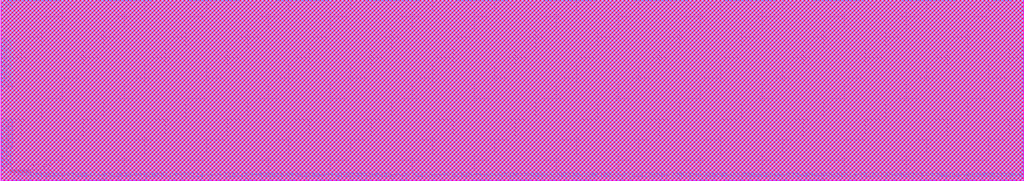
<source format=lef>
# 
#              Synchronous High Speed Single Port SRAM Compiler 
# 
#                    UMC 0.18um GenericII Logic Process
#    __________________________________________________________________________
# 
# 
#      (C) Copyright 2002-2009 Faraday Technology Corp. All Rights Reserved.
#    
#    This source code is an unpublished work belongs to Faraday Technology
#    Corp.  It is considered a trade secret and is not to be divulged or
#    used by parties who have not received written authorization from
#    Faraday Technology Corp.
#    
#    Faraday's home page can be found at:
#    http://www.faraday-tech.com/
#   
#       Module Name      : MEM_IMAGE
#       Words            : 128
#       Bits             : 64
#       Byte-Write       : 1
#       Aspect Ratio     : 1
#       Output Loading   : 0.05  (pf)
#       Data Slew        : 0.02  (ns)
#       CK Slew          : 0.02  (ns)
#       Power Ring Width : 2  (um)
# 
# -----------------------------------------------------------------------------
# 
#       Library          : FSA0M_A
#       Memaker          : 200901.2.1
#       Date             : 2024/11/21 01:17:22
# 
# -----------------------------------------------------------------------------


NAMESCASESENSITIVE ON ;
MACRO MEM_IMAGE
CLASS BLOCK ;
FOREIGN MEM_IMAGE 0.000 0.000 ;
ORIGIN 0.000 0.000 ;
SIZE 994.480 BY 176.400 ;
SYMMETRY x y r90 ;
SITE  core_5040 ;
PIN VCC
  DIRECTION INOUT ;
  USE POWER ;
  SHAPE ABUTMENT ;
 PORT
  LAYER metal4 ;
  RECT 993.360 164.980 994.480 168.220 ;
  LAYER metal3 ;
  RECT 993.360 164.980 994.480 168.220 ;
  LAYER metal2 ;
  RECT 993.360 164.980 994.480 168.220 ;
  LAYER metal1 ;
  RECT 993.360 164.980 994.480 168.220 ;
 END
 PORT
  LAYER metal4 ;
  RECT 993.360 125.780 994.480 129.020 ;
  LAYER metal3 ;
  RECT 993.360 125.780 994.480 129.020 ;
  LAYER metal2 ;
  RECT 993.360 125.780 994.480 129.020 ;
  LAYER metal1 ;
  RECT 993.360 125.780 994.480 129.020 ;
 END
 PORT
  LAYER metal4 ;
  RECT 993.360 117.940 994.480 121.180 ;
  LAYER metal3 ;
  RECT 993.360 117.940 994.480 121.180 ;
  LAYER metal2 ;
  RECT 993.360 117.940 994.480 121.180 ;
  LAYER metal1 ;
  RECT 993.360 117.940 994.480 121.180 ;
 END
 PORT
  LAYER metal4 ;
  RECT 993.360 110.100 994.480 113.340 ;
  LAYER metal3 ;
  RECT 993.360 110.100 994.480 113.340 ;
  LAYER metal2 ;
  RECT 993.360 110.100 994.480 113.340 ;
  LAYER metal1 ;
  RECT 993.360 110.100 994.480 113.340 ;
 END
 PORT
  LAYER metal4 ;
  RECT 993.360 102.260 994.480 105.500 ;
  LAYER metal3 ;
  RECT 993.360 102.260 994.480 105.500 ;
  LAYER metal2 ;
  RECT 993.360 102.260 994.480 105.500 ;
  LAYER metal1 ;
  RECT 993.360 102.260 994.480 105.500 ;
 END
 PORT
  LAYER metal4 ;
  RECT 993.360 94.420 994.480 97.660 ;
  LAYER metal3 ;
  RECT 993.360 94.420 994.480 97.660 ;
  LAYER metal2 ;
  RECT 993.360 94.420 994.480 97.660 ;
  LAYER metal1 ;
  RECT 993.360 94.420 994.480 97.660 ;
 END
 PORT
  LAYER metal4 ;
  RECT 993.360 86.580 994.480 89.820 ;
  LAYER metal3 ;
  RECT 993.360 86.580 994.480 89.820 ;
  LAYER metal2 ;
  RECT 993.360 86.580 994.480 89.820 ;
  LAYER metal1 ;
  RECT 993.360 86.580 994.480 89.820 ;
 END
 PORT
  LAYER metal4 ;
  RECT 993.360 47.380 994.480 50.620 ;
  LAYER metal3 ;
  RECT 993.360 47.380 994.480 50.620 ;
  LAYER metal2 ;
  RECT 993.360 47.380 994.480 50.620 ;
  LAYER metal1 ;
  RECT 993.360 47.380 994.480 50.620 ;
 END
 PORT
  LAYER metal4 ;
  RECT 993.360 39.540 994.480 42.780 ;
  LAYER metal3 ;
  RECT 993.360 39.540 994.480 42.780 ;
  LAYER metal2 ;
  RECT 993.360 39.540 994.480 42.780 ;
  LAYER metal1 ;
  RECT 993.360 39.540 994.480 42.780 ;
 END
 PORT
  LAYER metal4 ;
  RECT 993.360 31.700 994.480 34.940 ;
  LAYER metal3 ;
  RECT 993.360 31.700 994.480 34.940 ;
  LAYER metal2 ;
  RECT 993.360 31.700 994.480 34.940 ;
  LAYER metal1 ;
  RECT 993.360 31.700 994.480 34.940 ;
 END
 PORT
  LAYER metal4 ;
  RECT 993.360 23.860 994.480 27.100 ;
  LAYER metal3 ;
  RECT 993.360 23.860 994.480 27.100 ;
  LAYER metal2 ;
  RECT 993.360 23.860 994.480 27.100 ;
  LAYER metal1 ;
  RECT 993.360 23.860 994.480 27.100 ;
 END
 PORT
  LAYER metal4 ;
  RECT 993.360 16.020 994.480 19.260 ;
  LAYER metal3 ;
  RECT 993.360 16.020 994.480 19.260 ;
  LAYER metal2 ;
  RECT 993.360 16.020 994.480 19.260 ;
  LAYER metal1 ;
  RECT 993.360 16.020 994.480 19.260 ;
 END
 PORT
  LAYER metal4 ;
  RECT 993.360 8.180 994.480 11.420 ;
  LAYER metal3 ;
  RECT 993.360 8.180 994.480 11.420 ;
  LAYER metal2 ;
  RECT 993.360 8.180 994.480 11.420 ;
  LAYER metal1 ;
  RECT 993.360 8.180 994.480 11.420 ;
 END
 PORT
  LAYER metal4 ;
  RECT 0.000 164.980 1.120 168.220 ;
  LAYER metal3 ;
  RECT 0.000 164.980 1.120 168.220 ;
  LAYER metal2 ;
  RECT 0.000 164.980 1.120 168.220 ;
  LAYER metal1 ;
  RECT 0.000 164.980 1.120 168.220 ;
 END
 PORT
  LAYER metal4 ;
  RECT 0.000 125.780 1.120 129.020 ;
  LAYER metal3 ;
  RECT 0.000 125.780 1.120 129.020 ;
  LAYER metal2 ;
  RECT 0.000 125.780 1.120 129.020 ;
  LAYER metal1 ;
  RECT 0.000 125.780 1.120 129.020 ;
 END
 PORT
  LAYER metal4 ;
  RECT 0.000 117.940 1.120 121.180 ;
  LAYER metal3 ;
  RECT 0.000 117.940 1.120 121.180 ;
  LAYER metal2 ;
  RECT 0.000 117.940 1.120 121.180 ;
  LAYER metal1 ;
  RECT 0.000 117.940 1.120 121.180 ;
 END
 PORT
  LAYER metal4 ;
  RECT 0.000 110.100 1.120 113.340 ;
  LAYER metal3 ;
  RECT 0.000 110.100 1.120 113.340 ;
  LAYER metal2 ;
  RECT 0.000 110.100 1.120 113.340 ;
  LAYER metal1 ;
  RECT 0.000 110.100 1.120 113.340 ;
 END
 PORT
  LAYER metal4 ;
  RECT 0.000 102.260 1.120 105.500 ;
  LAYER metal3 ;
  RECT 0.000 102.260 1.120 105.500 ;
  LAYER metal2 ;
  RECT 0.000 102.260 1.120 105.500 ;
  LAYER metal1 ;
  RECT 0.000 102.260 1.120 105.500 ;
 END
 PORT
  LAYER metal4 ;
  RECT 0.000 94.420 1.120 97.660 ;
  LAYER metal3 ;
  RECT 0.000 94.420 1.120 97.660 ;
  LAYER metal2 ;
  RECT 0.000 94.420 1.120 97.660 ;
  LAYER metal1 ;
  RECT 0.000 94.420 1.120 97.660 ;
 END
 PORT
  LAYER metal4 ;
  RECT 0.000 86.580 1.120 89.820 ;
  LAYER metal3 ;
  RECT 0.000 86.580 1.120 89.820 ;
  LAYER metal2 ;
  RECT 0.000 86.580 1.120 89.820 ;
  LAYER metal1 ;
  RECT 0.000 86.580 1.120 89.820 ;
 END
 PORT
  LAYER metal4 ;
  RECT 0.000 47.380 1.120 50.620 ;
  LAYER metal3 ;
  RECT 0.000 47.380 1.120 50.620 ;
  LAYER metal2 ;
  RECT 0.000 47.380 1.120 50.620 ;
  LAYER metal1 ;
  RECT 0.000 47.380 1.120 50.620 ;
 END
 PORT
  LAYER metal4 ;
  RECT 0.000 39.540 1.120 42.780 ;
  LAYER metal3 ;
  RECT 0.000 39.540 1.120 42.780 ;
  LAYER metal2 ;
  RECT 0.000 39.540 1.120 42.780 ;
  LAYER metal1 ;
  RECT 0.000 39.540 1.120 42.780 ;
 END
 PORT
  LAYER metal4 ;
  RECT 0.000 31.700 1.120 34.940 ;
  LAYER metal3 ;
  RECT 0.000 31.700 1.120 34.940 ;
  LAYER metal2 ;
  RECT 0.000 31.700 1.120 34.940 ;
  LAYER metal1 ;
  RECT 0.000 31.700 1.120 34.940 ;
 END
 PORT
  LAYER metal4 ;
  RECT 0.000 23.860 1.120 27.100 ;
  LAYER metal3 ;
  RECT 0.000 23.860 1.120 27.100 ;
  LAYER metal2 ;
  RECT 0.000 23.860 1.120 27.100 ;
  LAYER metal1 ;
  RECT 0.000 23.860 1.120 27.100 ;
 END
 PORT
  LAYER metal4 ;
  RECT 0.000 16.020 1.120 19.260 ;
  LAYER metal3 ;
  RECT 0.000 16.020 1.120 19.260 ;
  LAYER metal2 ;
  RECT 0.000 16.020 1.120 19.260 ;
  LAYER metal1 ;
  RECT 0.000 16.020 1.120 19.260 ;
 END
 PORT
  LAYER metal4 ;
  RECT 0.000 8.180 1.120 11.420 ;
  LAYER metal3 ;
  RECT 0.000 8.180 1.120 11.420 ;
  LAYER metal2 ;
  RECT 0.000 8.180 1.120 11.420 ;
  LAYER metal1 ;
  RECT 0.000 8.180 1.120 11.420 ;
 END
 PORT
  LAYER metal4 ;
  RECT 980.000 175.280 983.540 176.400 ;
  LAYER metal3 ;
  RECT 980.000 175.280 983.540 176.400 ;
  LAYER metal2 ;
  RECT 980.000 175.280 983.540 176.400 ;
  LAYER metal1 ;
  RECT 980.000 175.280 983.540 176.400 ;
 END
 PORT
  LAYER metal4 ;
  RECT 971.320 175.280 974.860 176.400 ;
  LAYER metal3 ;
  RECT 971.320 175.280 974.860 176.400 ;
  LAYER metal2 ;
  RECT 971.320 175.280 974.860 176.400 ;
  LAYER metal1 ;
  RECT 971.320 175.280 974.860 176.400 ;
 END
 PORT
  LAYER metal4 ;
  RECT 962.640 175.280 966.180 176.400 ;
  LAYER metal3 ;
  RECT 962.640 175.280 966.180 176.400 ;
  LAYER metal2 ;
  RECT 962.640 175.280 966.180 176.400 ;
  LAYER metal1 ;
  RECT 962.640 175.280 966.180 176.400 ;
 END
 PORT
  LAYER metal4 ;
  RECT 919.240 175.280 922.780 176.400 ;
  LAYER metal3 ;
  RECT 919.240 175.280 922.780 176.400 ;
  LAYER metal2 ;
  RECT 919.240 175.280 922.780 176.400 ;
  LAYER metal1 ;
  RECT 919.240 175.280 922.780 176.400 ;
 END
 PORT
  LAYER metal4 ;
  RECT 910.560 175.280 914.100 176.400 ;
  LAYER metal3 ;
  RECT 910.560 175.280 914.100 176.400 ;
  LAYER metal2 ;
  RECT 910.560 175.280 914.100 176.400 ;
  LAYER metal1 ;
  RECT 910.560 175.280 914.100 176.400 ;
 END
 PORT
  LAYER metal4 ;
  RECT 901.880 175.280 905.420 176.400 ;
  LAYER metal3 ;
  RECT 901.880 175.280 905.420 176.400 ;
  LAYER metal2 ;
  RECT 901.880 175.280 905.420 176.400 ;
  LAYER metal1 ;
  RECT 901.880 175.280 905.420 176.400 ;
 END
 PORT
  LAYER metal4 ;
  RECT 893.200 175.280 896.740 176.400 ;
  LAYER metal3 ;
  RECT 893.200 175.280 896.740 176.400 ;
  LAYER metal2 ;
  RECT 893.200 175.280 896.740 176.400 ;
  LAYER metal1 ;
  RECT 893.200 175.280 896.740 176.400 ;
 END
 PORT
  LAYER metal4 ;
  RECT 884.520 175.280 888.060 176.400 ;
  LAYER metal3 ;
  RECT 884.520 175.280 888.060 176.400 ;
  LAYER metal2 ;
  RECT 884.520 175.280 888.060 176.400 ;
  LAYER metal1 ;
  RECT 884.520 175.280 888.060 176.400 ;
 END
 PORT
  LAYER metal4 ;
  RECT 875.840 175.280 879.380 176.400 ;
  LAYER metal3 ;
  RECT 875.840 175.280 879.380 176.400 ;
  LAYER metal2 ;
  RECT 875.840 175.280 879.380 176.400 ;
  LAYER metal1 ;
  RECT 875.840 175.280 879.380 176.400 ;
 END
 PORT
  LAYER metal4 ;
  RECT 832.440 175.280 835.980 176.400 ;
  LAYER metal3 ;
  RECT 832.440 175.280 835.980 176.400 ;
  LAYER metal2 ;
  RECT 832.440 175.280 835.980 176.400 ;
  LAYER metal1 ;
  RECT 832.440 175.280 835.980 176.400 ;
 END
 PORT
  LAYER metal4 ;
  RECT 823.760 175.280 827.300 176.400 ;
  LAYER metal3 ;
  RECT 823.760 175.280 827.300 176.400 ;
  LAYER metal2 ;
  RECT 823.760 175.280 827.300 176.400 ;
  LAYER metal1 ;
  RECT 823.760 175.280 827.300 176.400 ;
 END
 PORT
  LAYER metal4 ;
  RECT 815.080 175.280 818.620 176.400 ;
  LAYER metal3 ;
  RECT 815.080 175.280 818.620 176.400 ;
  LAYER metal2 ;
  RECT 815.080 175.280 818.620 176.400 ;
  LAYER metal1 ;
  RECT 815.080 175.280 818.620 176.400 ;
 END
 PORT
  LAYER metal4 ;
  RECT 806.400 175.280 809.940 176.400 ;
  LAYER metal3 ;
  RECT 806.400 175.280 809.940 176.400 ;
  LAYER metal2 ;
  RECT 806.400 175.280 809.940 176.400 ;
  LAYER metal1 ;
  RECT 806.400 175.280 809.940 176.400 ;
 END
 PORT
  LAYER metal4 ;
  RECT 797.720 175.280 801.260 176.400 ;
  LAYER metal3 ;
  RECT 797.720 175.280 801.260 176.400 ;
  LAYER metal2 ;
  RECT 797.720 175.280 801.260 176.400 ;
  LAYER metal1 ;
  RECT 797.720 175.280 801.260 176.400 ;
 END
 PORT
  LAYER metal4 ;
  RECT 789.040 175.280 792.580 176.400 ;
  LAYER metal3 ;
  RECT 789.040 175.280 792.580 176.400 ;
  LAYER metal2 ;
  RECT 789.040 175.280 792.580 176.400 ;
  LAYER metal1 ;
  RECT 789.040 175.280 792.580 176.400 ;
 END
 PORT
  LAYER metal4 ;
  RECT 745.640 175.280 749.180 176.400 ;
  LAYER metal3 ;
  RECT 745.640 175.280 749.180 176.400 ;
  LAYER metal2 ;
  RECT 745.640 175.280 749.180 176.400 ;
  LAYER metal1 ;
  RECT 745.640 175.280 749.180 176.400 ;
 END
 PORT
  LAYER metal4 ;
  RECT 736.960 175.280 740.500 176.400 ;
  LAYER metal3 ;
  RECT 736.960 175.280 740.500 176.400 ;
  LAYER metal2 ;
  RECT 736.960 175.280 740.500 176.400 ;
  LAYER metal1 ;
  RECT 736.960 175.280 740.500 176.400 ;
 END
 PORT
  LAYER metal4 ;
  RECT 728.280 175.280 731.820 176.400 ;
  LAYER metal3 ;
  RECT 728.280 175.280 731.820 176.400 ;
  LAYER metal2 ;
  RECT 728.280 175.280 731.820 176.400 ;
  LAYER metal1 ;
  RECT 728.280 175.280 731.820 176.400 ;
 END
 PORT
  LAYER metal4 ;
  RECT 719.600 175.280 723.140 176.400 ;
  LAYER metal3 ;
  RECT 719.600 175.280 723.140 176.400 ;
  LAYER metal2 ;
  RECT 719.600 175.280 723.140 176.400 ;
  LAYER metal1 ;
  RECT 719.600 175.280 723.140 176.400 ;
 END
 PORT
  LAYER metal4 ;
  RECT 710.920 175.280 714.460 176.400 ;
  LAYER metal3 ;
  RECT 710.920 175.280 714.460 176.400 ;
  LAYER metal2 ;
  RECT 710.920 175.280 714.460 176.400 ;
  LAYER metal1 ;
  RECT 710.920 175.280 714.460 176.400 ;
 END
 PORT
  LAYER metal4 ;
  RECT 702.240 175.280 705.780 176.400 ;
  LAYER metal3 ;
  RECT 702.240 175.280 705.780 176.400 ;
  LAYER metal2 ;
  RECT 702.240 175.280 705.780 176.400 ;
  LAYER metal1 ;
  RECT 702.240 175.280 705.780 176.400 ;
 END
 PORT
  LAYER metal4 ;
  RECT 658.840 175.280 662.380 176.400 ;
  LAYER metal3 ;
  RECT 658.840 175.280 662.380 176.400 ;
  LAYER metal2 ;
  RECT 658.840 175.280 662.380 176.400 ;
  LAYER metal1 ;
  RECT 658.840 175.280 662.380 176.400 ;
 END
 PORT
  LAYER metal4 ;
  RECT 650.160 175.280 653.700 176.400 ;
  LAYER metal3 ;
  RECT 650.160 175.280 653.700 176.400 ;
  LAYER metal2 ;
  RECT 650.160 175.280 653.700 176.400 ;
  LAYER metal1 ;
  RECT 650.160 175.280 653.700 176.400 ;
 END
 PORT
  LAYER metal4 ;
  RECT 641.480 175.280 645.020 176.400 ;
  LAYER metal3 ;
  RECT 641.480 175.280 645.020 176.400 ;
  LAYER metal2 ;
  RECT 641.480 175.280 645.020 176.400 ;
  LAYER metal1 ;
  RECT 641.480 175.280 645.020 176.400 ;
 END
 PORT
  LAYER metal4 ;
  RECT 632.800 175.280 636.340 176.400 ;
  LAYER metal3 ;
  RECT 632.800 175.280 636.340 176.400 ;
  LAYER metal2 ;
  RECT 632.800 175.280 636.340 176.400 ;
  LAYER metal1 ;
  RECT 632.800 175.280 636.340 176.400 ;
 END
 PORT
  LAYER metal4 ;
  RECT 624.120 175.280 627.660 176.400 ;
  LAYER metal3 ;
  RECT 624.120 175.280 627.660 176.400 ;
  LAYER metal2 ;
  RECT 624.120 175.280 627.660 176.400 ;
  LAYER metal1 ;
  RECT 624.120 175.280 627.660 176.400 ;
 END
 PORT
  LAYER metal4 ;
  RECT 615.440 175.280 618.980 176.400 ;
  LAYER metal3 ;
  RECT 615.440 175.280 618.980 176.400 ;
  LAYER metal2 ;
  RECT 615.440 175.280 618.980 176.400 ;
  LAYER metal1 ;
  RECT 615.440 175.280 618.980 176.400 ;
 END
 PORT
  LAYER metal4 ;
  RECT 572.040 175.280 575.580 176.400 ;
  LAYER metal3 ;
  RECT 572.040 175.280 575.580 176.400 ;
  LAYER metal2 ;
  RECT 572.040 175.280 575.580 176.400 ;
  LAYER metal1 ;
  RECT 572.040 175.280 575.580 176.400 ;
 END
 PORT
  LAYER metal4 ;
  RECT 563.360 175.280 566.900 176.400 ;
  LAYER metal3 ;
  RECT 563.360 175.280 566.900 176.400 ;
  LAYER metal2 ;
  RECT 563.360 175.280 566.900 176.400 ;
  LAYER metal1 ;
  RECT 563.360 175.280 566.900 176.400 ;
 END
 PORT
  LAYER metal4 ;
  RECT 554.680 175.280 558.220 176.400 ;
  LAYER metal3 ;
  RECT 554.680 175.280 558.220 176.400 ;
  LAYER metal2 ;
  RECT 554.680 175.280 558.220 176.400 ;
  LAYER metal1 ;
  RECT 554.680 175.280 558.220 176.400 ;
 END
 PORT
  LAYER metal4 ;
  RECT 546.000 175.280 549.540 176.400 ;
  LAYER metal3 ;
  RECT 546.000 175.280 549.540 176.400 ;
  LAYER metal2 ;
  RECT 546.000 175.280 549.540 176.400 ;
  LAYER metal1 ;
  RECT 546.000 175.280 549.540 176.400 ;
 END
 PORT
  LAYER metal4 ;
  RECT 537.320 175.280 540.860 176.400 ;
  LAYER metal3 ;
  RECT 537.320 175.280 540.860 176.400 ;
  LAYER metal2 ;
  RECT 537.320 175.280 540.860 176.400 ;
  LAYER metal1 ;
  RECT 537.320 175.280 540.860 176.400 ;
 END
 PORT
  LAYER metal4 ;
  RECT 528.640 175.280 532.180 176.400 ;
  LAYER metal3 ;
  RECT 528.640 175.280 532.180 176.400 ;
  LAYER metal2 ;
  RECT 528.640 175.280 532.180 176.400 ;
  LAYER metal1 ;
  RECT 528.640 175.280 532.180 176.400 ;
 END
 PORT
  LAYER metal4 ;
  RECT 485.240 175.280 488.780 176.400 ;
  LAYER metal3 ;
  RECT 485.240 175.280 488.780 176.400 ;
  LAYER metal2 ;
  RECT 485.240 175.280 488.780 176.400 ;
  LAYER metal1 ;
  RECT 485.240 175.280 488.780 176.400 ;
 END
 PORT
  LAYER metal4 ;
  RECT 476.560 175.280 480.100 176.400 ;
  LAYER metal3 ;
  RECT 476.560 175.280 480.100 176.400 ;
  LAYER metal2 ;
  RECT 476.560 175.280 480.100 176.400 ;
  LAYER metal1 ;
  RECT 476.560 175.280 480.100 176.400 ;
 END
 PORT
  LAYER metal4 ;
  RECT 467.880 175.280 471.420 176.400 ;
  LAYER metal3 ;
  RECT 467.880 175.280 471.420 176.400 ;
  LAYER metal2 ;
  RECT 467.880 175.280 471.420 176.400 ;
  LAYER metal1 ;
  RECT 467.880 175.280 471.420 176.400 ;
 END
 PORT
  LAYER metal4 ;
  RECT 459.200 175.280 462.740 176.400 ;
  LAYER metal3 ;
  RECT 459.200 175.280 462.740 176.400 ;
  LAYER metal2 ;
  RECT 459.200 175.280 462.740 176.400 ;
  LAYER metal1 ;
  RECT 459.200 175.280 462.740 176.400 ;
 END
 PORT
  LAYER metal4 ;
  RECT 450.520 175.280 454.060 176.400 ;
  LAYER metal3 ;
  RECT 450.520 175.280 454.060 176.400 ;
  LAYER metal2 ;
  RECT 450.520 175.280 454.060 176.400 ;
  LAYER metal1 ;
  RECT 450.520 175.280 454.060 176.400 ;
 END
 PORT
  LAYER metal4 ;
  RECT 441.840 175.280 445.380 176.400 ;
  LAYER metal3 ;
  RECT 441.840 175.280 445.380 176.400 ;
  LAYER metal2 ;
  RECT 441.840 175.280 445.380 176.400 ;
  LAYER metal1 ;
  RECT 441.840 175.280 445.380 176.400 ;
 END
 PORT
  LAYER metal4 ;
  RECT 398.440 175.280 401.980 176.400 ;
  LAYER metal3 ;
  RECT 398.440 175.280 401.980 176.400 ;
  LAYER metal2 ;
  RECT 398.440 175.280 401.980 176.400 ;
  LAYER metal1 ;
  RECT 398.440 175.280 401.980 176.400 ;
 END
 PORT
  LAYER metal4 ;
  RECT 389.760 175.280 393.300 176.400 ;
  LAYER metal3 ;
  RECT 389.760 175.280 393.300 176.400 ;
  LAYER metal2 ;
  RECT 389.760 175.280 393.300 176.400 ;
  LAYER metal1 ;
  RECT 389.760 175.280 393.300 176.400 ;
 END
 PORT
  LAYER metal4 ;
  RECT 381.080 175.280 384.620 176.400 ;
  LAYER metal3 ;
  RECT 381.080 175.280 384.620 176.400 ;
  LAYER metal2 ;
  RECT 381.080 175.280 384.620 176.400 ;
  LAYER metal1 ;
  RECT 381.080 175.280 384.620 176.400 ;
 END
 PORT
  LAYER metal4 ;
  RECT 372.400 175.280 375.940 176.400 ;
  LAYER metal3 ;
  RECT 372.400 175.280 375.940 176.400 ;
  LAYER metal2 ;
  RECT 372.400 175.280 375.940 176.400 ;
  LAYER metal1 ;
  RECT 372.400 175.280 375.940 176.400 ;
 END
 PORT
  LAYER metal4 ;
  RECT 363.720 175.280 367.260 176.400 ;
  LAYER metal3 ;
  RECT 363.720 175.280 367.260 176.400 ;
  LAYER metal2 ;
  RECT 363.720 175.280 367.260 176.400 ;
  LAYER metal1 ;
  RECT 363.720 175.280 367.260 176.400 ;
 END
 PORT
  LAYER metal4 ;
  RECT 355.040 175.280 358.580 176.400 ;
  LAYER metal3 ;
  RECT 355.040 175.280 358.580 176.400 ;
  LAYER metal2 ;
  RECT 355.040 175.280 358.580 176.400 ;
  LAYER metal1 ;
  RECT 355.040 175.280 358.580 176.400 ;
 END
 PORT
  LAYER metal4 ;
  RECT 311.640 175.280 315.180 176.400 ;
  LAYER metal3 ;
  RECT 311.640 175.280 315.180 176.400 ;
  LAYER metal2 ;
  RECT 311.640 175.280 315.180 176.400 ;
  LAYER metal1 ;
  RECT 311.640 175.280 315.180 176.400 ;
 END
 PORT
  LAYER metal4 ;
  RECT 302.960 175.280 306.500 176.400 ;
  LAYER metal3 ;
  RECT 302.960 175.280 306.500 176.400 ;
  LAYER metal2 ;
  RECT 302.960 175.280 306.500 176.400 ;
  LAYER metal1 ;
  RECT 302.960 175.280 306.500 176.400 ;
 END
 PORT
  LAYER metal4 ;
  RECT 294.280 175.280 297.820 176.400 ;
  LAYER metal3 ;
  RECT 294.280 175.280 297.820 176.400 ;
  LAYER metal2 ;
  RECT 294.280 175.280 297.820 176.400 ;
  LAYER metal1 ;
  RECT 294.280 175.280 297.820 176.400 ;
 END
 PORT
  LAYER metal4 ;
  RECT 285.600 175.280 289.140 176.400 ;
  LAYER metal3 ;
  RECT 285.600 175.280 289.140 176.400 ;
  LAYER metal2 ;
  RECT 285.600 175.280 289.140 176.400 ;
  LAYER metal1 ;
  RECT 285.600 175.280 289.140 176.400 ;
 END
 PORT
  LAYER metal4 ;
  RECT 276.920 175.280 280.460 176.400 ;
  LAYER metal3 ;
  RECT 276.920 175.280 280.460 176.400 ;
  LAYER metal2 ;
  RECT 276.920 175.280 280.460 176.400 ;
  LAYER metal1 ;
  RECT 276.920 175.280 280.460 176.400 ;
 END
 PORT
  LAYER metal4 ;
  RECT 268.240 175.280 271.780 176.400 ;
  LAYER metal3 ;
  RECT 268.240 175.280 271.780 176.400 ;
  LAYER metal2 ;
  RECT 268.240 175.280 271.780 176.400 ;
  LAYER metal1 ;
  RECT 268.240 175.280 271.780 176.400 ;
 END
 PORT
  LAYER metal4 ;
  RECT 224.840 175.280 228.380 176.400 ;
  LAYER metal3 ;
  RECT 224.840 175.280 228.380 176.400 ;
  LAYER metal2 ;
  RECT 224.840 175.280 228.380 176.400 ;
  LAYER metal1 ;
  RECT 224.840 175.280 228.380 176.400 ;
 END
 PORT
  LAYER metal4 ;
  RECT 216.160 175.280 219.700 176.400 ;
  LAYER metal3 ;
  RECT 216.160 175.280 219.700 176.400 ;
  LAYER metal2 ;
  RECT 216.160 175.280 219.700 176.400 ;
  LAYER metal1 ;
  RECT 216.160 175.280 219.700 176.400 ;
 END
 PORT
  LAYER metal4 ;
  RECT 207.480 175.280 211.020 176.400 ;
  LAYER metal3 ;
  RECT 207.480 175.280 211.020 176.400 ;
  LAYER metal2 ;
  RECT 207.480 175.280 211.020 176.400 ;
  LAYER metal1 ;
  RECT 207.480 175.280 211.020 176.400 ;
 END
 PORT
  LAYER metal4 ;
  RECT 198.800 175.280 202.340 176.400 ;
  LAYER metal3 ;
  RECT 198.800 175.280 202.340 176.400 ;
  LAYER metal2 ;
  RECT 198.800 175.280 202.340 176.400 ;
  LAYER metal1 ;
  RECT 198.800 175.280 202.340 176.400 ;
 END
 PORT
  LAYER metal4 ;
  RECT 190.120 175.280 193.660 176.400 ;
  LAYER metal3 ;
  RECT 190.120 175.280 193.660 176.400 ;
  LAYER metal2 ;
  RECT 190.120 175.280 193.660 176.400 ;
  LAYER metal1 ;
  RECT 190.120 175.280 193.660 176.400 ;
 END
 PORT
  LAYER metal4 ;
  RECT 181.440 175.280 184.980 176.400 ;
  LAYER metal3 ;
  RECT 181.440 175.280 184.980 176.400 ;
  LAYER metal2 ;
  RECT 181.440 175.280 184.980 176.400 ;
  LAYER metal1 ;
  RECT 181.440 175.280 184.980 176.400 ;
 END
 PORT
  LAYER metal4 ;
  RECT 138.040 175.280 141.580 176.400 ;
  LAYER metal3 ;
  RECT 138.040 175.280 141.580 176.400 ;
  LAYER metal2 ;
  RECT 138.040 175.280 141.580 176.400 ;
  LAYER metal1 ;
  RECT 138.040 175.280 141.580 176.400 ;
 END
 PORT
  LAYER metal4 ;
  RECT 129.360 175.280 132.900 176.400 ;
  LAYER metal3 ;
  RECT 129.360 175.280 132.900 176.400 ;
  LAYER metal2 ;
  RECT 129.360 175.280 132.900 176.400 ;
  LAYER metal1 ;
  RECT 129.360 175.280 132.900 176.400 ;
 END
 PORT
  LAYER metal4 ;
  RECT 120.680 175.280 124.220 176.400 ;
  LAYER metal3 ;
  RECT 120.680 175.280 124.220 176.400 ;
  LAYER metal2 ;
  RECT 120.680 175.280 124.220 176.400 ;
  LAYER metal1 ;
  RECT 120.680 175.280 124.220 176.400 ;
 END
 PORT
  LAYER metal4 ;
  RECT 112.000 175.280 115.540 176.400 ;
  LAYER metal3 ;
  RECT 112.000 175.280 115.540 176.400 ;
  LAYER metal2 ;
  RECT 112.000 175.280 115.540 176.400 ;
  LAYER metal1 ;
  RECT 112.000 175.280 115.540 176.400 ;
 END
 PORT
  LAYER metal4 ;
  RECT 103.320 175.280 106.860 176.400 ;
  LAYER metal3 ;
  RECT 103.320 175.280 106.860 176.400 ;
  LAYER metal2 ;
  RECT 103.320 175.280 106.860 176.400 ;
  LAYER metal1 ;
  RECT 103.320 175.280 106.860 176.400 ;
 END
 PORT
  LAYER metal4 ;
  RECT 94.640 175.280 98.180 176.400 ;
  LAYER metal3 ;
  RECT 94.640 175.280 98.180 176.400 ;
  LAYER metal2 ;
  RECT 94.640 175.280 98.180 176.400 ;
  LAYER metal1 ;
  RECT 94.640 175.280 98.180 176.400 ;
 END
 PORT
  LAYER metal4 ;
  RECT 51.240 175.280 54.780 176.400 ;
  LAYER metal3 ;
  RECT 51.240 175.280 54.780 176.400 ;
  LAYER metal2 ;
  RECT 51.240 175.280 54.780 176.400 ;
  LAYER metal1 ;
  RECT 51.240 175.280 54.780 176.400 ;
 END
 PORT
  LAYER metal4 ;
  RECT 42.560 175.280 46.100 176.400 ;
  LAYER metal3 ;
  RECT 42.560 175.280 46.100 176.400 ;
  LAYER metal2 ;
  RECT 42.560 175.280 46.100 176.400 ;
  LAYER metal1 ;
  RECT 42.560 175.280 46.100 176.400 ;
 END
 PORT
  LAYER metal4 ;
  RECT 33.880 175.280 37.420 176.400 ;
  LAYER metal3 ;
  RECT 33.880 175.280 37.420 176.400 ;
  LAYER metal2 ;
  RECT 33.880 175.280 37.420 176.400 ;
  LAYER metal1 ;
  RECT 33.880 175.280 37.420 176.400 ;
 END
 PORT
  LAYER metal4 ;
  RECT 25.200 175.280 28.740 176.400 ;
  LAYER metal3 ;
  RECT 25.200 175.280 28.740 176.400 ;
  LAYER metal2 ;
  RECT 25.200 175.280 28.740 176.400 ;
  LAYER metal1 ;
  RECT 25.200 175.280 28.740 176.400 ;
 END
 PORT
  LAYER metal4 ;
  RECT 16.520 175.280 20.060 176.400 ;
  LAYER metal3 ;
  RECT 16.520 175.280 20.060 176.400 ;
  LAYER metal2 ;
  RECT 16.520 175.280 20.060 176.400 ;
  LAYER metal1 ;
  RECT 16.520 175.280 20.060 176.400 ;
 END
 PORT
  LAYER metal4 ;
  RECT 7.840 175.280 11.380 176.400 ;
  LAYER metal3 ;
  RECT 7.840 175.280 11.380 176.400 ;
  LAYER metal2 ;
  RECT 7.840 175.280 11.380 176.400 ;
  LAYER metal1 ;
  RECT 7.840 175.280 11.380 176.400 ;
 END
 PORT
  LAYER metal4 ;
  RECT 983.100 0.000 986.640 1.120 ;
  LAYER metal3 ;
  RECT 983.100 0.000 986.640 1.120 ;
  LAYER metal2 ;
  RECT 983.100 0.000 986.640 1.120 ;
  LAYER metal1 ;
  RECT 983.100 0.000 986.640 1.120 ;
 END
 PORT
  LAYER metal4 ;
  RECT 961.400 0.000 964.940 1.120 ;
  LAYER metal3 ;
  RECT 961.400 0.000 964.940 1.120 ;
  LAYER metal2 ;
  RECT 961.400 0.000 964.940 1.120 ;
  LAYER metal1 ;
  RECT 961.400 0.000 964.940 1.120 ;
 END
 PORT
  LAYER metal4 ;
  RECT 944.660 0.000 948.200 1.120 ;
  LAYER metal3 ;
  RECT 944.660 0.000 948.200 1.120 ;
  LAYER metal2 ;
  RECT 944.660 0.000 948.200 1.120 ;
  LAYER metal1 ;
  RECT 944.660 0.000 948.200 1.120 ;
 END
 PORT
  LAYER metal4 ;
  RECT 918.000 0.000 921.540 1.120 ;
  LAYER metal3 ;
  RECT 918.000 0.000 921.540 1.120 ;
  LAYER metal2 ;
  RECT 918.000 0.000 921.540 1.120 ;
  LAYER metal1 ;
  RECT 918.000 0.000 921.540 1.120 ;
 END
 PORT
  LAYER metal4 ;
  RECT 896.920 0.000 900.460 1.120 ;
  LAYER metal3 ;
  RECT 896.920 0.000 900.460 1.120 ;
  LAYER metal2 ;
  RECT 896.920 0.000 900.460 1.120 ;
  LAYER metal1 ;
  RECT 896.920 0.000 900.460 1.120 ;
 END
 PORT
  LAYER metal4 ;
  RECT 783.460 0.000 787.000 1.120 ;
  LAYER metal3 ;
  RECT 783.460 0.000 787.000 1.120 ;
  LAYER metal2 ;
  RECT 783.460 0.000 787.000 1.120 ;
  LAYER metal1 ;
  RECT 783.460 0.000 787.000 1.120 ;
 END
 PORT
  LAYER metal4 ;
  RECT 761.760 0.000 765.300 1.120 ;
  LAYER metal3 ;
  RECT 761.760 0.000 765.300 1.120 ;
  LAYER metal2 ;
  RECT 761.760 0.000 765.300 1.120 ;
  LAYER metal1 ;
  RECT 761.760 0.000 765.300 1.120 ;
 END
 PORT
  LAYER metal4 ;
  RECT 735.100 0.000 738.640 1.120 ;
  LAYER metal3 ;
  RECT 735.100 0.000 738.640 1.120 ;
  LAYER metal2 ;
  RECT 735.100 0.000 738.640 1.120 ;
  LAYER metal1 ;
  RECT 735.100 0.000 738.640 1.120 ;
 END
 PORT
  LAYER metal4 ;
  RECT 718.980 0.000 722.520 1.120 ;
  LAYER metal3 ;
  RECT 718.980 0.000 722.520 1.120 ;
  LAYER metal2 ;
  RECT 718.980 0.000 722.520 1.120 ;
  LAYER metal1 ;
  RECT 718.980 0.000 722.520 1.120 ;
 END
 PORT
  LAYER metal4 ;
  RECT 692.320 0.000 695.860 1.120 ;
  LAYER metal3 ;
  RECT 692.320 0.000 695.860 1.120 ;
  LAYER metal2 ;
  RECT 692.320 0.000 695.860 1.120 ;
  LAYER metal1 ;
  RECT 692.320 0.000 695.860 1.120 ;
 END
 PORT
  LAYER metal4 ;
  RECT 670.620 0.000 674.160 1.120 ;
  LAYER metal3 ;
  RECT 670.620 0.000 674.160 1.120 ;
  LAYER metal2 ;
  RECT 670.620 0.000 674.160 1.120 ;
  LAYER metal1 ;
  RECT 670.620 0.000 674.160 1.120 ;
 END
 PORT
  LAYER metal4 ;
  RECT 557.780 0.000 561.320 1.120 ;
  LAYER metal3 ;
  RECT 557.780 0.000 561.320 1.120 ;
  LAYER metal2 ;
  RECT 557.780 0.000 561.320 1.120 ;
  LAYER metal1 ;
  RECT 557.780 0.000 561.320 1.120 ;
 END
 PORT
  LAYER metal4 ;
  RECT 536.080 0.000 539.620 1.120 ;
  LAYER metal3 ;
  RECT 536.080 0.000 539.620 1.120 ;
  LAYER metal2 ;
  RECT 536.080 0.000 539.620 1.120 ;
  LAYER metal1 ;
  RECT 536.080 0.000 539.620 1.120 ;
 END
 PORT
  LAYER metal4 ;
  RECT 508.800 0.000 512.340 1.120 ;
  LAYER metal3 ;
  RECT 508.800 0.000 512.340 1.120 ;
  LAYER metal2 ;
  RECT 508.800 0.000 512.340 1.120 ;
  LAYER metal1 ;
  RECT 508.800 0.000 512.340 1.120 ;
 END
 PORT
  LAYER metal4 ;
  RECT 500.120 0.000 503.660 1.120 ;
  LAYER metal3 ;
  RECT 500.120 0.000 503.660 1.120 ;
  LAYER metal2 ;
  RECT 500.120 0.000 503.660 1.120 ;
  LAYER metal1 ;
  RECT 500.120 0.000 503.660 1.120 ;
 END
 PORT
  LAYER metal4 ;
  RECT 472.220 0.000 475.760 1.120 ;
  LAYER metal3 ;
  RECT 472.220 0.000 475.760 1.120 ;
  LAYER metal2 ;
  RECT 472.220 0.000 475.760 1.120 ;
  LAYER metal1 ;
  RECT 472.220 0.000 475.760 1.120 ;
 END
 PORT
  LAYER metal4 ;
  RECT 461.060 0.000 464.600 1.120 ;
  LAYER metal3 ;
  RECT 461.060 0.000 464.600 1.120 ;
  LAYER metal2 ;
  RECT 461.060 0.000 464.600 1.120 ;
  LAYER metal1 ;
  RECT 461.060 0.000 464.600 1.120 ;
 END
 PORT
  LAYER metal4 ;
  RECT 353.180 0.000 356.720 1.120 ;
  LAYER metal3 ;
  RECT 353.180 0.000 356.720 1.120 ;
  LAYER metal2 ;
  RECT 353.180 0.000 356.720 1.120 ;
  LAYER metal1 ;
  RECT 353.180 0.000 356.720 1.120 ;
 END
 PORT
  LAYER metal4 ;
  RECT 326.520 0.000 330.060 1.120 ;
  LAYER metal3 ;
  RECT 326.520 0.000 330.060 1.120 ;
  LAYER metal2 ;
  RECT 326.520 0.000 330.060 1.120 ;
  LAYER metal1 ;
  RECT 326.520 0.000 330.060 1.120 ;
 END
 PORT
  LAYER metal4 ;
  RECT 309.780 0.000 313.320 1.120 ;
  LAYER metal3 ;
  RECT 309.780 0.000 313.320 1.120 ;
  LAYER metal2 ;
  RECT 309.780 0.000 313.320 1.120 ;
  LAYER metal1 ;
  RECT 309.780 0.000 313.320 1.120 ;
 END
 PORT
  LAYER metal4 ;
  RECT 283.120 0.000 286.660 1.120 ;
  LAYER metal3 ;
  RECT 283.120 0.000 286.660 1.120 ;
  LAYER metal2 ;
  RECT 283.120 0.000 286.660 1.120 ;
  LAYER metal1 ;
  RECT 283.120 0.000 286.660 1.120 ;
 END
 PORT
  LAYER metal4 ;
  RECT 261.420 0.000 264.960 1.120 ;
  LAYER metal3 ;
  RECT 261.420 0.000 264.960 1.120 ;
  LAYER metal2 ;
  RECT 261.420 0.000 264.960 1.120 ;
  LAYER metal1 ;
  RECT 261.420 0.000 264.960 1.120 ;
 END
 PORT
  LAYER metal4 ;
  RECT 239.720 0.000 243.260 1.120 ;
  LAYER metal3 ;
  RECT 239.720 0.000 243.260 1.120 ;
  LAYER metal2 ;
  RECT 239.720 0.000 243.260 1.120 ;
  LAYER metal1 ;
  RECT 239.720 0.000 243.260 1.120 ;
 END
 PORT
  LAYER metal4 ;
  RECT 126.880 0.000 130.420 1.120 ;
  LAYER metal3 ;
  RECT 126.880 0.000 130.420 1.120 ;
  LAYER metal2 ;
  RECT 126.880 0.000 130.420 1.120 ;
  LAYER metal1 ;
  RECT 126.880 0.000 130.420 1.120 ;
 END
 PORT
  LAYER metal4 ;
  RECT 100.220 0.000 103.760 1.120 ;
  LAYER metal3 ;
  RECT 100.220 0.000 103.760 1.120 ;
  LAYER metal2 ;
  RECT 100.220 0.000 103.760 1.120 ;
  LAYER metal1 ;
  RECT 100.220 0.000 103.760 1.120 ;
 END
 PORT
  LAYER metal4 ;
  RECT 83.480 0.000 87.020 1.120 ;
  LAYER metal3 ;
  RECT 83.480 0.000 87.020 1.120 ;
  LAYER metal2 ;
  RECT 83.480 0.000 87.020 1.120 ;
  LAYER metal1 ;
  RECT 83.480 0.000 87.020 1.120 ;
 END
 PORT
  LAYER metal4 ;
  RECT 56.820 0.000 60.360 1.120 ;
  LAYER metal3 ;
  RECT 56.820 0.000 60.360 1.120 ;
  LAYER metal2 ;
  RECT 56.820 0.000 60.360 1.120 ;
  LAYER metal1 ;
  RECT 56.820 0.000 60.360 1.120 ;
 END
 PORT
  LAYER metal4 ;
  RECT 35.740 0.000 39.280 1.120 ;
  LAYER metal3 ;
  RECT 35.740 0.000 39.280 1.120 ;
  LAYER metal2 ;
  RECT 35.740 0.000 39.280 1.120 ;
  LAYER metal1 ;
  RECT 35.740 0.000 39.280 1.120 ;
 END
 PORT
  LAYER metal4 ;
  RECT 14.040 0.000 17.580 1.120 ;
  LAYER metal3 ;
  RECT 14.040 0.000 17.580 1.120 ;
  LAYER metal2 ;
  RECT 14.040 0.000 17.580 1.120 ;
  LAYER metal1 ;
  RECT 14.040 0.000 17.580 1.120 ;
 END
END VCC
PIN GND
  DIRECTION INOUT ;
  USE GROUND ;
  SHAPE ABUTMENT ;
 PORT
  LAYER metal4 ;
  RECT 993.360 129.700 994.480 132.940 ;
  LAYER metal3 ;
  RECT 993.360 129.700 994.480 132.940 ;
  LAYER metal2 ;
  RECT 993.360 129.700 994.480 132.940 ;
  LAYER metal1 ;
  RECT 993.360 129.700 994.480 132.940 ;
 END
 PORT
  LAYER metal4 ;
  RECT 993.360 121.860 994.480 125.100 ;
  LAYER metal3 ;
  RECT 993.360 121.860 994.480 125.100 ;
  LAYER metal2 ;
  RECT 993.360 121.860 994.480 125.100 ;
  LAYER metal1 ;
  RECT 993.360 121.860 994.480 125.100 ;
 END
 PORT
  LAYER metal4 ;
  RECT 993.360 114.020 994.480 117.260 ;
  LAYER metal3 ;
  RECT 993.360 114.020 994.480 117.260 ;
  LAYER metal2 ;
  RECT 993.360 114.020 994.480 117.260 ;
  LAYER metal1 ;
  RECT 993.360 114.020 994.480 117.260 ;
 END
 PORT
  LAYER metal4 ;
  RECT 993.360 106.180 994.480 109.420 ;
  LAYER metal3 ;
  RECT 993.360 106.180 994.480 109.420 ;
  LAYER metal2 ;
  RECT 993.360 106.180 994.480 109.420 ;
  LAYER metal1 ;
  RECT 993.360 106.180 994.480 109.420 ;
 END
 PORT
  LAYER metal4 ;
  RECT 993.360 98.340 994.480 101.580 ;
  LAYER metal3 ;
  RECT 993.360 98.340 994.480 101.580 ;
  LAYER metal2 ;
  RECT 993.360 98.340 994.480 101.580 ;
  LAYER metal1 ;
  RECT 993.360 98.340 994.480 101.580 ;
 END
 PORT
  LAYER metal4 ;
  RECT 993.360 90.500 994.480 93.740 ;
  LAYER metal3 ;
  RECT 993.360 90.500 994.480 93.740 ;
  LAYER metal2 ;
  RECT 993.360 90.500 994.480 93.740 ;
  LAYER metal1 ;
  RECT 993.360 90.500 994.480 93.740 ;
 END
 PORT
  LAYER metal4 ;
  RECT 993.360 51.300 994.480 54.540 ;
  LAYER metal3 ;
  RECT 993.360 51.300 994.480 54.540 ;
  LAYER metal2 ;
  RECT 993.360 51.300 994.480 54.540 ;
  LAYER metal1 ;
  RECT 993.360 51.300 994.480 54.540 ;
 END
 PORT
  LAYER metal4 ;
  RECT 993.360 43.460 994.480 46.700 ;
  LAYER metal3 ;
  RECT 993.360 43.460 994.480 46.700 ;
  LAYER metal2 ;
  RECT 993.360 43.460 994.480 46.700 ;
  LAYER metal1 ;
  RECT 993.360 43.460 994.480 46.700 ;
 END
 PORT
  LAYER metal4 ;
  RECT 993.360 35.620 994.480 38.860 ;
  LAYER metal3 ;
  RECT 993.360 35.620 994.480 38.860 ;
  LAYER metal2 ;
  RECT 993.360 35.620 994.480 38.860 ;
  LAYER metal1 ;
  RECT 993.360 35.620 994.480 38.860 ;
 END
 PORT
  LAYER metal4 ;
  RECT 993.360 27.780 994.480 31.020 ;
  LAYER metal3 ;
  RECT 993.360 27.780 994.480 31.020 ;
  LAYER metal2 ;
  RECT 993.360 27.780 994.480 31.020 ;
  LAYER metal1 ;
  RECT 993.360 27.780 994.480 31.020 ;
 END
 PORT
  LAYER metal4 ;
  RECT 993.360 19.940 994.480 23.180 ;
  LAYER metal3 ;
  RECT 993.360 19.940 994.480 23.180 ;
  LAYER metal2 ;
  RECT 993.360 19.940 994.480 23.180 ;
  LAYER metal1 ;
  RECT 993.360 19.940 994.480 23.180 ;
 END
 PORT
  LAYER metal4 ;
  RECT 993.360 12.100 994.480 15.340 ;
  LAYER metal3 ;
  RECT 993.360 12.100 994.480 15.340 ;
  LAYER metal2 ;
  RECT 993.360 12.100 994.480 15.340 ;
  LAYER metal1 ;
  RECT 993.360 12.100 994.480 15.340 ;
 END
 PORT
  LAYER metal4 ;
  RECT 0.000 129.700 1.120 132.940 ;
  LAYER metal3 ;
  RECT 0.000 129.700 1.120 132.940 ;
  LAYER metal2 ;
  RECT 0.000 129.700 1.120 132.940 ;
  LAYER metal1 ;
  RECT 0.000 129.700 1.120 132.940 ;
 END
 PORT
  LAYER metal4 ;
  RECT 0.000 121.860 1.120 125.100 ;
  LAYER metal3 ;
  RECT 0.000 121.860 1.120 125.100 ;
  LAYER metal2 ;
  RECT 0.000 121.860 1.120 125.100 ;
  LAYER metal1 ;
  RECT 0.000 121.860 1.120 125.100 ;
 END
 PORT
  LAYER metal4 ;
  RECT 0.000 114.020 1.120 117.260 ;
  LAYER metal3 ;
  RECT 0.000 114.020 1.120 117.260 ;
  LAYER metal2 ;
  RECT 0.000 114.020 1.120 117.260 ;
  LAYER metal1 ;
  RECT 0.000 114.020 1.120 117.260 ;
 END
 PORT
  LAYER metal4 ;
  RECT 0.000 106.180 1.120 109.420 ;
  LAYER metal3 ;
  RECT 0.000 106.180 1.120 109.420 ;
  LAYER metal2 ;
  RECT 0.000 106.180 1.120 109.420 ;
  LAYER metal1 ;
  RECT 0.000 106.180 1.120 109.420 ;
 END
 PORT
  LAYER metal4 ;
  RECT 0.000 98.340 1.120 101.580 ;
  LAYER metal3 ;
  RECT 0.000 98.340 1.120 101.580 ;
  LAYER metal2 ;
  RECT 0.000 98.340 1.120 101.580 ;
  LAYER metal1 ;
  RECT 0.000 98.340 1.120 101.580 ;
 END
 PORT
  LAYER metal4 ;
  RECT 0.000 90.500 1.120 93.740 ;
  LAYER metal3 ;
  RECT 0.000 90.500 1.120 93.740 ;
  LAYER metal2 ;
  RECT 0.000 90.500 1.120 93.740 ;
  LAYER metal1 ;
  RECT 0.000 90.500 1.120 93.740 ;
 END
 PORT
  LAYER metal4 ;
  RECT 0.000 51.300 1.120 54.540 ;
  LAYER metal3 ;
  RECT 0.000 51.300 1.120 54.540 ;
  LAYER metal2 ;
  RECT 0.000 51.300 1.120 54.540 ;
  LAYER metal1 ;
  RECT 0.000 51.300 1.120 54.540 ;
 END
 PORT
  LAYER metal4 ;
  RECT 0.000 43.460 1.120 46.700 ;
  LAYER metal3 ;
  RECT 0.000 43.460 1.120 46.700 ;
  LAYER metal2 ;
  RECT 0.000 43.460 1.120 46.700 ;
  LAYER metal1 ;
  RECT 0.000 43.460 1.120 46.700 ;
 END
 PORT
  LAYER metal4 ;
  RECT 0.000 35.620 1.120 38.860 ;
  LAYER metal3 ;
  RECT 0.000 35.620 1.120 38.860 ;
  LAYER metal2 ;
  RECT 0.000 35.620 1.120 38.860 ;
  LAYER metal1 ;
  RECT 0.000 35.620 1.120 38.860 ;
 END
 PORT
  LAYER metal4 ;
  RECT 0.000 27.780 1.120 31.020 ;
  LAYER metal3 ;
  RECT 0.000 27.780 1.120 31.020 ;
  LAYER metal2 ;
  RECT 0.000 27.780 1.120 31.020 ;
  LAYER metal1 ;
  RECT 0.000 27.780 1.120 31.020 ;
 END
 PORT
  LAYER metal4 ;
  RECT 0.000 19.940 1.120 23.180 ;
  LAYER metal3 ;
  RECT 0.000 19.940 1.120 23.180 ;
  LAYER metal2 ;
  RECT 0.000 19.940 1.120 23.180 ;
  LAYER metal1 ;
  RECT 0.000 19.940 1.120 23.180 ;
 END
 PORT
  LAYER metal4 ;
  RECT 0.000 12.100 1.120 15.340 ;
  LAYER metal3 ;
  RECT 0.000 12.100 1.120 15.340 ;
  LAYER metal2 ;
  RECT 0.000 12.100 1.120 15.340 ;
  LAYER metal1 ;
  RECT 0.000 12.100 1.120 15.340 ;
 END
 PORT
  LAYER metal4 ;
  RECT 975.660 175.280 979.200 176.400 ;
  LAYER metal3 ;
  RECT 975.660 175.280 979.200 176.400 ;
  LAYER metal2 ;
  RECT 975.660 175.280 979.200 176.400 ;
  LAYER metal1 ;
  RECT 975.660 175.280 979.200 176.400 ;
 END
 PORT
  LAYER metal4 ;
  RECT 966.980 175.280 970.520 176.400 ;
  LAYER metal3 ;
  RECT 966.980 175.280 970.520 176.400 ;
  LAYER metal2 ;
  RECT 966.980 175.280 970.520 176.400 ;
  LAYER metal1 ;
  RECT 966.980 175.280 970.520 176.400 ;
 END
 PORT
  LAYER metal4 ;
  RECT 923.580 175.280 927.120 176.400 ;
  LAYER metal3 ;
  RECT 923.580 175.280 927.120 176.400 ;
  LAYER metal2 ;
  RECT 923.580 175.280 927.120 176.400 ;
  LAYER metal1 ;
  RECT 923.580 175.280 927.120 176.400 ;
 END
 PORT
  LAYER metal4 ;
  RECT 914.900 175.280 918.440 176.400 ;
  LAYER metal3 ;
  RECT 914.900 175.280 918.440 176.400 ;
  LAYER metal2 ;
  RECT 914.900 175.280 918.440 176.400 ;
  LAYER metal1 ;
  RECT 914.900 175.280 918.440 176.400 ;
 END
 PORT
  LAYER metal4 ;
  RECT 906.220 175.280 909.760 176.400 ;
  LAYER metal3 ;
  RECT 906.220 175.280 909.760 176.400 ;
  LAYER metal2 ;
  RECT 906.220 175.280 909.760 176.400 ;
  LAYER metal1 ;
  RECT 906.220 175.280 909.760 176.400 ;
 END
 PORT
  LAYER metal4 ;
  RECT 897.540 175.280 901.080 176.400 ;
  LAYER metal3 ;
  RECT 897.540 175.280 901.080 176.400 ;
  LAYER metal2 ;
  RECT 897.540 175.280 901.080 176.400 ;
  LAYER metal1 ;
  RECT 897.540 175.280 901.080 176.400 ;
 END
 PORT
  LAYER metal4 ;
  RECT 888.860 175.280 892.400 176.400 ;
  LAYER metal3 ;
  RECT 888.860 175.280 892.400 176.400 ;
  LAYER metal2 ;
  RECT 888.860 175.280 892.400 176.400 ;
  LAYER metal1 ;
  RECT 888.860 175.280 892.400 176.400 ;
 END
 PORT
  LAYER metal4 ;
  RECT 880.180 175.280 883.720 176.400 ;
  LAYER metal3 ;
  RECT 880.180 175.280 883.720 176.400 ;
  LAYER metal2 ;
  RECT 880.180 175.280 883.720 176.400 ;
  LAYER metal1 ;
  RECT 880.180 175.280 883.720 176.400 ;
 END
 PORT
  LAYER metal4 ;
  RECT 836.780 175.280 840.320 176.400 ;
  LAYER metal3 ;
  RECT 836.780 175.280 840.320 176.400 ;
  LAYER metal2 ;
  RECT 836.780 175.280 840.320 176.400 ;
  LAYER metal1 ;
  RECT 836.780 175.280 840.320 176.400 ;
 END
 PORT
  LAYER metal4 ;
  RECT 828.100 175.280 831.640 176.400 ;
  LAYER metal3 ;
  RECT 828.100 175.280 831.640 176.400 ;
  LAYER metal2 ;
  RECT 828.100 175.280 831.640 176.400 ;
  LAYER metal1 ;
  RECT 828.100 175.280 831.640 176.400 ;
 END
 PORT
  LAYER metal4 ;
  RECT 819.420 175.280 822.960 176.400 ;
  LAYER metal3 ;
  RECT 819.420 175.280 822.960 176.400 ;
  LAYER metal2 ;
  RECT 819.420 175.280 822.960 176.400 ;
  LAYER metal1 ;
  RECT 819.420 175.280 822.960 176.400 ;
 END
 PORT
  LAYER metal4 ;
  RECT 810.740 175.280 814.280 176.400 ;
  LAYER metal3 ;
  RECT 810.740 175.280 814.280 176.400 ;
  LAYER metal2 ;
  RECT 810.740 175.280 814.280 176.400 ;
  LAYER metal1 ;
  RECT 810.740 175.280 814.280 176.400 ;
 END
 PORT
  LAYER metal4 ;
  RECT 802.060 175.280 805.600 176.400 ;
  LAYER metal3 ;
  RECT 802.060 175.280 805.600 176.400 ;
  LAYER metal2 ;
  RECT 802.060 175.280 805.600 176.400 ;
  LAYER metal1 ;
  RECT 802.060 175.280 805.600 176.400 ;
 END
 PORT
  LAYER metal4 ;
  RECT 793.380 175.280 796.920 176.400 ;
  LAYER metal3 ;
  RECT 793.380 175.280 796.920 176.400 ;
  LAYER metal2 ;
  RECT 793.380 175.280 796.920 176.400 ;
  LAYER metal1 ;
  RECT 793.380 175.280 796.920 176.400 ;
 END
 PORT
  LAYER metal4 ;
  RECT 749.980 175.280 753.520 176.400 ;
  LAYER metal3 ;
  RECT 749.980 175.280 753.520 176.400 ;
  LAYER metal2 ;
  RECT 749.980 175.280 753.520 176.400 ;
  LAYER metal1 ;
  RECT 749.980 175.280 753.520 176.400 ;
 END
 PORT
  LAYER metal4 ;
  RECT 741.300 175.280 744.840 176.400 ;
  LAYER metal3 ;
  RECT 741.300 175.280 744.840 176.400 ;
  LAYER metal2 ;
  RECT 741.300 175.280 744.840 176.400 ;
  LAYER metal1 ;
  RECT 741.300 175.280 744.840 176.400 ;
 END
 PORT
  LAYER metal4 ;
  RECT 732.620 175.280 736.160 176.400 ;
  LAYER metal3 ;
  RECT 732.620 175.280 736.160 176.400 ;
  LAYER metal2 ;
  RECT 732.620 175.280 736.160 176.400 ;
  LAYER metal1 ;
  RECT 732.620 175.280 736.160 176.400 ;
 END
 PORT
  LAYER metal4 ;
  RECT 723.940 175.280 727.480 176.400 ;
  LAYER metal3 ;
  RECT 723.940 175.280 727.480 176.400 ;
  LAYER metal2 ;
  RECT 723.940 175.280 727.480 176.400 ;
  LAYER metal1 ;
  RECT 723.940 175.280 727.480 176.400 ;
 END
 PORT
  LAYER metal4 ;
  RECT 715.260 175.280 718.800 176.400 ;
  LAYER metal3 ;
  RECT 715.260 175.280 718.800 176.400 ;
  LAYER metal2 ;
  RECT 715.260 175.280 718.800 176.400 ;
  LAYER metal1 ;
  RECT 715.260 175.280 718.800 176.400 ;
 END
 PORT
  LAYER metal4 ;
  RECT 706.580 175.280 710.120 176.400 ;
  LAYER metal3 ;
  RECT 706.580 175.280 710.120 176.400 ;
  LAYER metal2 ;
  RECT 706.580 175.280 710.120 176.400 ;
  LAYER metal1 ;
  RECT 706.580 175.280 710.120 176.400 ;
 END
 PORT
  LAYER metal4 ;
  RECT 663.180 175.280 666.720 176.400 ;
  LAYER metal3 ;
  RECT 663.180 175.280 666.720 176.400 ;
  LAYER metal2 ;
  RECT 663.180 175.280 666.720 176.400 ;
  LAYER metal1 ;
  RECT 663.180 175.280 666.720 176.400 ;
 END
 PORT
  LAYER metal4 ;
  RECT 654.500 175.280 658.040 176.400 ;
  LAYER metal3 ;
  RECT 654.500 175.280 658.040 176.400 ;
  LAYER metal2 ;
  RECT 654.500 175.280 658.040 176.400 ;
  LAYER metal1 ;
  RECT 654.500 175.280 658.040 176.400 ;
 END
 PORT
  LAYER metal4 ;
  RECT 645.820 175.280 649.360 176.400 ;
  LAYER metal3 ;
  RECT 645.820 175.280 649.360 176.400 ;
  LAYER metal2 ;
  RECT 645.820 175.280 649.360 176.400 ;
  LAYER metal1 ;
  RECT 645.820 175.280 649.360 176.400 ;
 END
 PORT
  LAYER metal4 ;
  RECT 637.140 175.280 640.680 176.400 ;
  LAYER metal3 ;
  RECT 637.140 175.280 640.680 176.400 ;
  LAYER metal2 ;
  RECT 637.140 175.280 640.680 176.400 ;
  LAYER metal1 ;
  RECT 637.140 175.280 640.680 176.400 ;
 END
 PORT
  LAYER metal4 ;
  RECT 628.460 175.280 632.000 176.400 ;
  LAYER metal3 ;
  RECT 628.460 175.280 632.000 176.400 ;
  LAYER metal2 ;
  RECT 628.460 175.280 632.000 176.400 ;
  LAYER metal1 ;
  RECT 628.460 175.280 632.000 176.400 ;
 END
 PORT
  LAYER metal4 ;
  RECT 619.780 175.280 623.320 176.400 ;
  LAYER metal3 ;
  RECT 619.780 175.280 623.320 176.400 ;
  LAYER metal2 ;
  RECT 619.780 175.280 623.320 176.400 ;
  LAYER metal1 ;
  RECT 619.780 175.280 623.320 176.400 ;
 END
 PORT
  LAYER metal4 ;
  RECT 576.380 175.280 579.920 176.400 ;
  LAYER metal3 ;
  RECT 576.380 175.280 579.920 176.400 ;
  LAYER metal2 ;
  RECT 576.380 175.280 579.920 176.400 ;
  LAYER metal1 ;
  RECT 576.380 175.280 579.920 176.400 ;
 END
 PORT
  LAYER metal4 ;
  RECT 567.700 175.280 571.240 176.400 ;
  LAYER metal3 ;
  RECT 567.700 175.280 571.240 176.400 ;
  LAYER metal2 ;
  RECT 567.700 175.280 571.240 176.400 ;
  LAYER metal1 ;
  RECT 567.700 175.280 571.240 176.400 ;
 END
 PORT
  LAYER metal4 ;
  RECT 559.020 175.280 562.560 176.400 ;
  LAYER metal3 ;
  RECT 559.020 175.280 562.560 176.400 ;
  LAYER metal2 ;
  RECT 559.020 175.280 562.560 176.400 ;
  LAYER metal1 ;
  RECT 559.020 175.280 562.560 176.400 ;
 END
 PORT
  LAYER metal4 ;
  RECT 550.340 175.280 553.880 176.400 ;
  LAYER metal3 ;
  RECT 550.340 175.280 553.880 176.400 ;
  LAYER metal2 ;
  RECT 550.340 175.280 553.880 176.400 ;
  LAYER metal1 ;
  RECT 550.340 175.280 553.880 176.400 ;
 END
 PORT
  LAYER metal4 ;
  RECT 541.660 175.280 545.200 176.400 ;
  LAYER metal3 ;
  RECT 541.660 175.280 545.200 176.400 ;
  LAYER metal2 ;
  RECT 541.660 175.280 545.200 176.400 ;
  LAYER metal1 ;
  RECT 541.660 175.280 545.200 176.400 ;
 END
 PORT
  LAYER metal4 ;
  RECT 532.980 175.280 536.520 176.400 ;
  LAYER metal3 ;
  RECT 532.980 175.280 536.520 176.400 ;
  LAYER metal2 ;
  RECT 532.980 175.280 536.520 176.400 ;
  LAYER metal1 ;
  RECT 532.980 175.280 536.520 176.400 ;
 END
 PORT
  LAYER metal4 ;
  RECT 489.580 175.280 493.120 176.400 ;
  LAYER metal3 ;
  RECT 489.580 175.280 493.120 176.400 ;
  LAYER metal2 ;
  RECT 489.580 175.280 493.120 176.400 ;
  LAYER metal1 ;
  RECT 489.580 175.280 493.120 176.400 ;
 END
 PORT
  LAYER metal4 ;
  RECT 480.900 175.280 484.440 176.400 ;
  LAYER metal3 ;
  RECT 480.900 175.280 484.440 176.400 ;
  LAYER metal2 ;
  RECT 480.900 175.280 484.440 176.400 ;
  LAYER metal1 ;
  RECT 480.900 175.280 484.440 176.400 ;
 END
 PORT
  LAYER metal4 ;
  RECT 472.220 175.280 475.760 176.400 ;
  LAYER metal3 ;
  RECT 472.220 175.280 475.760 176.400 ;
  LAYER metal2 ;
  RECT 472.220 175.280 475.760 176.400 ;
  LAYER metal1 ;
  RECT 472.220 175.280 475.760 176.400 ;
 END
 PORT
  LAYER metal4 ;
  RECT 463.540 175.280 467.080 176.400 ;
  LAYER metal3 ;
  RECT 463.540 175.280 467.080 176.400 ;
  LAYER metal2 ;
  RECT 463.540 175.280 467.080 176.400 ;
  LAYER metal1 ;
  RECT 463.540 175.280 467.080 176.400 ;
 END
 PORT
  LAYER metal4 ;
  RECT 454.860 175.280 458.400 176.400 ;
  LAYER metal3 ;
  RECT 454.860 175.280 458.400 176.400 ;
  LAYER metal2 ;
  RECT 454.860 175.280 458.400 176.400 ;
  LAYER metal1 ;
  RECT 454.860 175.280 458.400 176.400 ;
 END
 PORT
  LAYER metal4 ;
  RECT 446.180 175.280 449.720 176.400 ;
  LAYER metal3 ;
  RECT 446.180 175.280 449.720 176.400 ;
  LAYER metal2 ;
  RECT 446.180 175.280 449.720 176.400 ;
  LAYER metal1 ;
  RECT 446.180 175.280 449.720 176.400 ;
 END
 PORT
  LAYER metal4 ;
  RECT 402.780 175.280 406.320 176.400 ;
  LAYER metal3 ;
  RECT 402.780 175.280 406.320 176.400 ;
  LAYER metal2 ;
  RECT 402.780 175.280 406.320 176.400 ;
  LAYER metal1 ;
  RECT 402.780 175.280 406.320 176.400 ;
 END
 PORT
  LAYER metal4 ;
  RECT 394.100 175.280 397.640 176.400 ;
  LAYER metal3 ;
  RECT 394.100 175.280 397.640 176.400 ;
  LAYER metal2 ;
  RECT 394.100 175.280 397.640 176.400 ;
  LAYER metal1 ;
  RECT 394.100 175.280 397.640 176.400 ;
 END
 PORT
  LAYER metal4 ;
  RECT 385.420 175.280 388.960 176.400 ;
  LAYER metal3 ;
  RECT 385.420 175.280 388.960 176.400 ;
  LAYER metal2 ;
  RECT 385.420 175.280 388.960 176.400 ;
  LAYER metal1 ;
  RECT 385.420 175.280 388.960 176.400 ;
 END
 PORT
  LAYER metal4 ;
  RECT 376.740 175.280 380.280 176.400 ;
  LAYER metal3 ;
  RECT 376.740 175.280 380.280 176.400 ;
  LAYER metal2 ;
  RECT 376.740 175.280 380.280 176.400 ;
  LAYER metal1 ;
  RECT 376.740 175.280 380.280 176.400 ;
 END
 PORT
  LAYER metal4 ;
  RECT 368.060 175.280 371.600 176.400 ;
  LAYER metal3 ;
  RECT 368.060 175.280 371.600 176.400 ;
  LAYER metal2 ;
  RECT 368.060 175.280 371.600 176.400 ;
  LAYER metal1 ;
  RECT 368.060 175.280 371.600 176.400 ;
 END
 PORT
  LAYER metal4 ;
  RECT 359.380 175.280 362.920 176.400 ;
  LAYER metal3 ;
  RECT 359.380 175.280 362.920 176.400 ;
  LAYER metal2 ;
  RECT 359.380 175.280 362.920 176.400 ;
  LAYER metal1 ;
  RECT 359.380 175.280 362.920 176.400 ;
 END
 PORT
  LAYER metal4 ;
  RECT 315.980 175.280 319.520 176.400 ;
  LAYER metal3 ;
  RECT 315.980 175.280 319.520 176.400 ;
  LAYER metal2 ;
  RECT 315.980 175.280 319.520 176.400 ;
  LAYER metal1 ;
  RECT 315.980 175.280 319.520 176.400 ;
 END
 PORT
  LAYER metal4 ;
  RECT 307.300 175.280 310.840 176.400 ;
  LAYER metal3 ;
  RECT 307.300 175.280 310.840 176.400 ;
  LAYER metal2 ;
  RECT 307.300 175.280 310.840 176.400 ;
  LAYER metal1 ;
  RECT 307.300 175.280 310.840 176.400 ;
 END
 PORT
  LAYER metal4 ;
  RECT 298.620 175.280 302.160 176.400 ;
  LAYER metal3 ;
  RECT 298.620 175.280 302.160 176.400 ;
  LAYER metal2 ;
  RECT 298.620 175.280 302.160 176.400 ;
  LAYER metal1 ;
  RECT 298.620 175.280 302.160 176.400 ;
 END
 PORT
  LAYER metal4 ;
  RECT 289.940 175.280 293.480 176.400 ;
  LAYER metal3 ;
  RECT 289.940 175.280 293.480 176.400 ;
  LAYER metal2 ;
  RECT 289.940 175.280 293.480 176.400 ;
  LAYER metal1 ;
  RECT 289.940 175.280 293.480 176.400 ;
 END
 PORT
  LAYER metal4 ;
  RECT 281.260 175.280 284.800 176.400 ;
  LAYER metal3 ;
  RECT 281.260 175.280 284.800 176.400 ;
  LAYER metal2 ;
  RECT 281.260 175.280 284.800 176.400 ;
  LAYER metal1 ;
  RECT 281.260 175.280 284.800 176.400 ;
 END
 PORT
  LAYER metal4 ;
  RECT 272.580 175.280 276.120 176.400 ;
  LAYER metal3 ;
  RECT 272.580 175.280 276.120 176.400 ;
  LAYER metal2 ;
  RECT 272.580 175.280 276.120 176.400 ;
  LAYER metal1 ;
  RECT 272.580 175.280 276.120 176.400 ;
 END
 PORT
  LAYER metal4 ;
  RECT 229.180 175.280 232.720 176.400 ;
  LAYER metal3 ;
  RECT 229.180 175.280 232.720 176.400 ;
  LAYER metal2 ;
  RECT 229.180 175.280 232.720 176.400 ;
  LAYER metal1 ;
  RECT 229.180 175.280 232.720 176.400 ;
 END
 PORT
  LAYER metal4 ;
  RECT 220.500 175.280 224.040 176.400 ;
  LAYER metal3 ;
  RECT 220.500 175.280 224.040 176.400 ;
  LAYER metal2 ;
  RECT 220.500 175.280 224.040 176.400 ;
  LAYER metal1 ;
  RECT 220.500 175.280 224.040 176.400 ;
 END
 PORT
  LAYER metal4 ;
  RECT 211.820 175.280 215.360 176.400 ;
  LAYER metal3 ;
  RECT 211.820 175.280 215.360 176.400 ;
  LAYER metal2 ;
  RECT 211.820 175.280 215.360 176.400 ;
  LAYER metal1 ;
  RECT 211.820 175.280 215.360 176.400 ;
 END
 PORT
  LAYER metal4 ;
  RECT 203.140 175.280 206.680 176.400 ;
  LAYER metal3 ;
  RECT 203.140 175.280 206.680 176.400 ;
  LAYER metal2 ;
  RECT 203.140 175.280 206.680 176.400 ;
  LAYER metal1 ;
  RECT 203.140 175.280 206.680 176.400 ;
 END
 PORT
  LAYER metal4 ;
  RECT 194.460 175.280 198.000 176.400 ;
  LAYER metal3 ;
  RECT 194.460 175.280 198.000 176.400 ;
  LAYER metal2 ;
  RECT 194.460 175.280 198.000 176.400 ;
  LAYER metal1 ;
  RECT 194.460 175.280 198.000 176.400 ;
 END
 PORT
  LAYER metal4 ;
  RECT 185.780 175.280 189.320 176.400 ;
  LAYER metal3 ;
  RECT 185.780 175.280 189.320 176.400 ;
  LAYER metal2 ;
  RECT 185.780 175.280 189.320 176.400 ;
  LAYER metal1 ;
  RECT 185.780 175.280 189.320 176.400 ;
 END
 PORT
  LAYER metal4 ;
  RECT 142.380 175.280 145.920 176.400 ;
  LAYER metal3 ;
  RECT 142.380 175.280 145.920 176.400 ;
  LAYER metal2 ;
  RECT 142.380 175.280 145.920 176.400 ;
  LAYER metal1 ;
  RECT 142.380 175.280 145.920 176.400 ;
 END
 PORT
  LAYER metal4 ;
  RECT 133.700 175.280 137.240 176.400 ;
  LAYER metal3 ;
  RECT 133.700 175.280 137.240 176.400 ;
  LAYER metal2 ;
  RECT 133.700 175.280 137.240 176.400 ;
  LAYER metal1 ;
  RECT 133.700 175.280 137.240 176.400 ;
 END
 PORT
  LAYER metal4 ;
  RECT 125.020 175.280 128.560 176.400 ;
  LAYER metal3 ;
  RECT 125.020 175.280 128.560 176.400 ;
  LAYER metal2 ;
  RECT 125.020 175.280 128.560 176.400 ;
  LAYER metal1 ;
  RECT 125.020 175.280 128.560 176.400 ;
 END
 PORT
  LAYER metal4 ;
  RECT 116.340 175.280 119.880 176.400 ;
  LAYER metal3 ;
  RECT 116.340 175.280 119.880 176.400 ;
  LAYER metal2 ;
  RECT 116.340 175.280 119.880 176.400 ;
  LAYER metal1 ;
  RECT 116.340 175.280 119.880 176.400 ;
 END
 PORT
  LAYER metal4 ;
  RECT 107.660 175.280 111.200 176.400 ;
  LAYER metal3 ;
  RECT 107.660 175.280 111.200 176.400 ;
  LAYER metal2 ;
  RECT 107.660 175.280 111.200 176.400 ;
  LAYER metal1 ;
  RECT 107.660 175.280 111.200 176.400 ;
 END
 PORT
  LAYER metal4 ;
  RECT 98.980 175.280 102.520 176.400 ;
  LAYER metal3 ;
  RECT 98.980 175.280 102.520 176.400 ;
  LAYER metal2 ;
  RECT 98.980 175.280 102.520 176.400 ;
  LAYER metal1 ;
  RECT 98.980 175.280 102.520 176.400 ;
 END
 PORT
  LAYER metal4 ;
  RECT 55.580 175.280 59.120 176.400 ;
  LAYER metal3 ;
  RECT 55.580 175.280 59.120 176.400 ;
  LAYER metal2 ;
  RECT 55.580 175.280 59.120 176.400 ;
  LAYER metal1 ;
  RECT 55.580 175.280 59.120 176.400 ;
 END
 PORT
  LAYER metal4 ;
  RECT 46.900 175.280 50.440 176.400 ;
  LAYER metal3 ;
  RECT 46.900 175.280 50.440 176.400 ;
  LAYER metal2 ;
  RECT 46.900 175.280 50.440 176.400 ;
  LAYER metal1 ;
  RECT 46.900 175.280 50.440 176.400 ;
 END
 PORT
  LAYER metal4 ;
  RECT 38.220 175.280 41.760 176.400 ;
  LAYER metal3 ;
  RECT 38.220 175.280 41.760 176.400 ;
  LAYER metal2 ;
  RECT 38.220 175.280 41.760 176.400 ;
  LAYER metal1 ;
  RECT 38.220 175.280 41.760 176.400 ;
 END
 PORT
  LAYER metal4 ;
  RECT 29.540 175.280 33.080 176.400 ;
  LAYER metal3 ;
  RECT 29.540 175.280 33.080 176.400 ;
  LAYER metal2 ;
  RECT 29.540 175.280 33.080 176.400 ;
  LAYER metal1 ;
  RECT 29.540 175.280 33.080 176.400 ;
 END
 PORT
  LAYER metal4 ;
  RECT 20.860 175.280 24.400 176.400 ;
  LAYER metal3 ;
  RECT 20.860 175.280 24.400 176.400 ;
  LAYER metal2 ;
  RECT 20.860 175.280 24.400 176.400 ;
  LAYER metal1 ;
  RECT 20.860 175.280 24.400 176.400 ;
 END
 PORT
  LAYER metal4 ;
  RECT 12.180 175.280 15.720 176.400 ;
  LAYER metal3 ;
  RECT 12.180 175.280 15.720 176.400 ;
  LAYER metal2 ;
  RECT 12.180 175.280 15.720 176.400 ;
  LAYER metal1 ;
  RECT 12.180 175.280 15.720 176.400 ;
 END
 PORT
  LAYER metal4 ;
  RECT 975.040 0.000 978.580 1.120 ;
  LAYER metal3 ;
  RECT 975.040 0.000 978.580 1.120 ;
  LAYER metal2 ;
  RECT 975.040 0.000 978.580 1.120 ;
  LAYER metal1 ;
  RECT 975.040 0.000 978.580 1.120 ;
 END
 PORT
  LAYER metal4 ;
  RECT 953.340 0.000 956.880 1.120 ;
  LAYER metal3 ;
  RECT 953.340 0.000 956.880 1.120 ;
  LAYER metal2 ;
  RECT 953.340 0.000 956.880 1.120 ;
  LAYER metal1 ;
  RECT 953.340 0.000 956.880 1.120 ;
 END
 PORT
  LAYER metal4 ;
  RECT 931.640 0.000 935.180 1.120 ;
  LAYER metal3 ;
  RECT 931.640 0.000 935.180 1.120 ;
  LAYER metal2 ;
  RECT 931.640 0.000 935.180 1.120 ;
  LAYER metal1 ;
  RECT 931.640 0.000 935.180 1.120 ;
 END
 PORT
  LAYER metal4 ;
  RECT 904.980 0.000 908.520 1.120 ;
  LAYER metal3 ;
  RECT 904.980 0.000 908.520 1.120 ;
  LAYER metal2 ;
  RECT 904.980 0.000 908.520 1.120 ;
  LAYER metal1 ;
  RECT 904.980 0.000 908.520 1.120 ;
 END
 PORT
  LAYER metal4 ;
  RECT 792.140 0.000 795.680 1.120 ;
  LAYER metal3 ;
  RECT 792.140 0.000 795.680 1.120 ;
  LAYER metal2 ;
  RECT 792.140 0.000 795.680 1.120 ;
  LAYER metal1 ;
  RECT 792.140 0.000 795.680 1.120 ;
 END
 PORT
  LAYER metal4 ;
  RECT 775.400 0.000 778.940 1.120 ;
  LAYER metal3 ;
  RECT 775.400 0.000 778.940 1.120 ;
  LAYER metal2 ;
  RECT 775.400 0.000 778.940 1.120 ;
  LAYER metal1 ;
  RECT 775.400 0.000 778.940 1.120 ;
 END
 PORT
  LAYER metal4 ;
  RECT 748.740 0.000 752.280 1.120 ;
  LAYER metal3 ;
  RECT 748.740 0.000 752.280 1.120 ;
  LAYER metal2 ;
  RECT 748.740 0.000 752.280 1.120 ;
  LAYER metal1 ;
  RECT 748.740 0.000 752.280 1.120 ;
 END
 PORT
  LAYER metal4 ;
  RECT 727.040 0.000 730.580 1.120 ;
  LAYER metal3 ;
  RECT 727.040 0.000 730.580 1.120 ;
  LAYER metal2 ;
  RECT 727.040 0.000 730.580 1.120 ;
  LAYER metal1 ;
  RECT 727.040 0.000 730.580 1.120 ;
 END
 PORT
  LAYER metal4 ;
  RECT 705.340 0.000 708.880 1.120 ;
  LAYER metal3 ;
  RECT 705.340 0.000 708.880 1.120 ;
  LAYER metal2 ;
  RECT 705.340 0.000 708.880 1.120 ;
  LAYER metal1 ;
  RECT 705.340 0.000 708.880 1.120 ;
 END
 PORT
  LAYER metal4 ;
  RECT 678.680 0.000 682.220 1.120 ;
  LAYER metal3 ;
  RECT 678.680 0.000 682.220 1.120 ;
  LAYER metal2 ;
  RECT 678.680 0.000 682.220 1.120 ;
  LAYER metal1 ;
  RECT 678.680 0.000 682.220 1.120 ;
 END
 PORT
  LAYER metal4 ;
  RECT 565.840 0.000 569.380 1.120 ;
  LAYER metal3 ;
  RECT 565.840 0.000 569.380 1.120 ;
  LAYER metal2 ;
  RECT 565.840 0.000 569.380 1.120 ;
  LAYER metal1 ;
  RECT 565.840 0.000 569.380 1.120 ;
 END
 PORT
  LAYER metal4 ;
  RECT 549.100 0.000 552.640 1.120 ;
  LAYER metal3 ;
  RECT 549.100 0.000 552.640 1.120 ;
  LAYER metal2 ;
  RECT 549.100 0.000 552.640 1.120 ;
  LAYER metal1 ;
  RECT 549.100 0.000 552.640 1.120 ;
 END
 PORT
  LAYER metal4 ;
  RECT 513.140 0.000 516.680 1.120 ;
  LAYER metal3 ;
  RECT 513.140 0.000 516.680 1.120 ;
  LAYER metal2 ;
  RECT 513.140 0.000 516.680 1.120 ;
  LAYER metal1 ;
  RECT 513.140 0.000 516.680 1.120 ;
 END
 PORT
  LAYER metal4 ;
  RECT 504.460 0.000 508.000 1.120 ;
  LAYER metal3 ;
  RECT 504.460 0.000 508.000 1.120 ;
  LAYER metal2 ;
  RECT 504.460 0.000 508.000 1.120 ;
  LAYER metal1 ;
  RECT 504.460 0.000 508.000 1.120 ;
 END
 PORT
  LAYER metal4 ;
  RECT 482.760 0.000 486.300 1.120 ;
  LAYER metal3 ;
  RECT 482.760 0.000 486.300 1.120 ;
  LAYER metal2 ;
  RECT 482.760 0.000 486.300 1.120 ;
  LAYER metal1 ;
  RECT 482.760 0.000 486.300 1.120 ;
 END
 PORT
  LAYER metal4 ;
  RECT 465.400 0.000 468.940 1.120 ;
  LAYER metal3 ;
  RECT 465.400 0.000 468.940 1.120 ;
  LAYER metal2 ;
  RECT 465.400 0.000 468.940 1.120 ;
  LAYER metal1 ;
  RECT 465.400 0.000 468.940 1.120 ;
 END
 PORT
  LAYER metal4 ;
  RECT 366.200 0.000 369.740 1.120 ;
  LAYER metal3 ;
  RECT 366.200 0.000 369.740 1.120 ;
  LAYER metal2 ;
  RECT 366.200 0.000 369.740 1.120 ;
  LAYER metal1 ;
  RECT 366.200 0.000 369.740 1.120 ;
 END
 PORT
  LAYER metal4 ;
  RECT 339.540 0.000 343.080 1.120 ;
  LAYER metal3 ;
  RECT 339.540 0.000 343.080 1.120 ;
  LAYER metal2 ;
  RECT 339.540 0.000 343.080 1.120 ;
  LAYER metal1 ;
  RECT 339.540 0.000 343.080 1.120 ;
 END
 PORT
  LAYER metal4 ;
  RECT 318.460 0.000 322.000 1.120 ;
  LAYER metal3 ;
  RECT 318.460 0.000 322.000 1.120 ;
  LAYER metal2 ;
  RECT 318.460 0.000 322.000 1.120 ;
  LAYER metal1 ;
  RECT 318.460 0.000 322.000 1.120 ;
 END
 PORT
  LAYER metal4 ;
  RECT 296.760 0.000 300.300 1.120 ;
  LAYER metal3 ;
  RECT 296.760 0.000 300.300 1.120 ;
  LAYER metal2 ;
  RECT 296.760 0.000 300.300 1.120 ;
  LAYER metal1 ;
  RECT 296.760 0.000 300.300 1.120 ;
 END
 PORT
  LAYER metal4 ;
  RECT 270.100 0.000 273.640 1.120 ;
  LAYER metal3 ;
  RECT 270.100 0.000 273.640 1.120 ;
  LAYER metal2 ;
  RECT 270.100 0.000 273.640 1.120 ;
  LAYER metal1 ;
  RECT 270.100 0.000 273.640 1.120 ;
 END
 PORT
  LAYER metal4 ;
  RECT 253.360 0.000 256.900 1.120 ;
  LAYER metal3 ;
  RECT 253.360 0.000 256.900 1.120 ;
  LAYER metal2 ;
  RECT 253.360 0.000 256.900 1.120 ;
  LAYER metal1 ;
  RECT 253.360 0.000 256.900 1.120 ;
 END
 PORT
  LAYER metal4 ;
  RECT 139.900 0.000 143.440 1.120 ;
  LAYER metal3 ;
  RECT 139.900 0.000 143.440 1.120 ;
  LAYER metal2 ;
  RECT 139.900 0.000 143.440 1.120 ;
  LAYER metal1 ;
  RECT 139.900 0.000 143.440 1.120 ;
 END
 PORT
  LAYER metal4 ;
  RECT 113.860 0.000 117.400 1.120 ;
  LAYER metal3 ;
  RECT 113.860 0.000 117.400 1.120 ;
  LAYER metal2 ;
  RECT 113.860 0.000 117.400 1.120 ;
  LAYER metal1 ;
  RECT 113.860 0.000 117.400 1.120 ;
 END
 PORT
  LAYER metal4 ;
  RECT 92.160 0.000 95.700 1.120 ;
  LAYER metal3 ;
  RECT 92.160 0.000 95.700 1.120 ;
  LAYER metal2 ;
  RECT 92.160 0.000 95.700 1.120 ;
  LAYER metal1 ;
  RECT 92.160 0.000 95.700 1.120 ;
 END
 PORT
  LAYER metal4 ;
  RECT 70.460 0.000 74.000 1.120 ;
  LAYER metal3 ;
  RECT 70.460 0.000 74.000 1.120 ;
  LAYER metal2 ;
  RECT 70.460 0.000 74.000 1.120 ;
  LAYER metal1 ;
  RECT 70.460 0.000 74.000 1.120 ;
 END
 PORT
  LAYER metal4 ;
  RECT 43.800 0.000 47.340 1.120 ;
  LAYER metal3 ;
  RECT 43.800 0.000 47.340 1.120 ;
  LAYER metal2 ;
  RECT 43.800 0.000 47.340 1.120 ;
  LAYER metal1 ;
  RECT 43.800 0.000 47.340 1.120 ;
 END
 PORT
  LAYER metal4 ;
  RECT 27.060 0.000 30.600 1.120 ;
  LAYER metal3 ;
  RECT 27.060 0.000 30.600 1.120 ;
  LAYER metal2 ;
  RECT 27.060 0.000 30.600 1.120 ;
  LAYER metal1 ;
  RECT 27.060 0.000 30.600 1.120 ;
 END
END GND
PIN DO63
  DIRECTION OUTPUT ;
  CAPACITANCE 0.031 ;
 PORT
  LAYER metal4 ;
  RECT 980.900 0.000 982.020 1.120 ;
  LAYER metal3 ;
  RECT 980.900 0.000 982.020 1.120 ;
  LAYER metal2 ;
  RECT 980.900 0.000 982.020 1.120 ;
  LAYER metal1 ;
  RECT 980.900 0.000 982.020 1.120 ;
 END
END DO63
PIN DI63
  DIRECTION INPUT ;
  CAPACITANCE 0.012 ;
 PORT
  LAYER metal4 ;
  RECT 972.840 0.000 973.960 1.120 ;
  LAYER metal3 ;
  RECT 972.840 0.000 973.960 1.120 ;
  LAYER metal2 ;
  RECT 972.840 0.000 973.960 1.120 ;
  LAYER metal1 ;
  RECT 972.840 0.000 973.960 1.120 ;
 END
END DI63
PIN DO62
  DIRECTION OUTPUT ;
  CAPACITANCE 0.031 ;
 PORT
  LAYER metal4 ;
  RECT 967.880 0.000 969.000 1.120 ;
  LAYER metal3 ;
  RECT 967.880 0.000 969.000 1.120 ;
  LAYER metal2 ;
  RECT 967.880 0.000 969.000 1.120 ;
  LAYER metal1 ;
  RECT 967.880 0.000 969.000 1.120 ;
 END
END DO62
PIN DI62
  DIRECTION INPUT ;
  CAPACITANCE 0.012 ;
 PORT
  LAYER metal4 ;
  RECT 959.200 0.000 960.320 1.120 ;
  LAYER metal3 ;
  RECT 959.200 0.000 960.320 1.120 ;
  LAYER metal2 ;
  RECT 959.200 0.000 960.320 1.120 ;
  LAYER metal1 ;
  RECT 959.200 0.000 960.320 1.120 ;
 END
END DI62
PIN DO61
  DIRECTION OUTPUT ;
  CAPACITANCE 0.031 ;
 PORT
  LAYER metal4 ;
  RECT 951.140 0.000 952.260 1.120 ;
  LAYER metal3 ;
  RECT 951.140 0.000 952.260 1.120 ;
  LAYER metal2 ;
  RECT 951.140 0.000 952.260 1.120 ;
  LAYER metal1 ;
  RECT 951.140 0.000 952.260 1.120 ;
 END
END DO61
PIN DI61
  DIRECTION INPUT ;
  CAPACITANCE 0.012 ;
 PORT
  LAYER metal4 ;
  RECT 942.460 0.000 943.580 1.120 ;
  LAYER metal3 ;
  RECT 942.460 0.000 943.580 1.120 ;
  LAYER metal2 ;
  RECT 942.460 0.000 943.580 1.120 ;
  LAYER metal1 ;
  RECT 942.460 0.000 943.580 1.120 ;
 END
END DI61
PIN DO60
  DIRECTION OUTPUT ;
  CAPACITANCE 0.031 ;
 PORT
  LAYER metal4 ;
  RECT 937.500 0.000 938.620 1.120 ;
  LAYER metal3 ;
  RECT 937.500 0.000 938.620 1.120 ;
  LAYER metal2 ;
  RECT 937.500 0.000 938.620 1.120 ;
  LAYER metal1 ;
  RECT 937.500 0.000 938.620 1.120 ;
 END
END DO60
PIN DI60
  DIRECTION INPUT ;
  CAPACITANCE 0.012 ;
 PORT
  LAYER metal4 ;
  RECT 929.440 0.000 930.560 1.120 ;
  LAYER metal3 ;
  RECT 929.440 0.000 930.560 1.120 ;
  LAYER metal2 ;
  RECT 929.440 0.000 930.560 1.120 ;
  LAYER metal1 ;
  RECT 929.440 0.000 930.560 1.120 ;
 END
END DI60
PIN DO59
  DIRECTION OUTPUT ;
  CAPACITANCE 0.031 ;
 PORT
  LAYER metal4 ;
  RECT 924.480 0.000 925.600 1.120 ;
  LAYER metal3 ;
  RECT 924.480 0.000 925.600 1.120 ;
  LAYER metal2 ;
  RECT 924.480 0.000 925.600 1.120 ;
  LAYER metal1 ;
  RECT 924.480 0.000 925.600 1.120 ;
 END
END DO59
PIN DI59
  DIRECTION INPUT ;
  CAPACITANCE 0.012 ;
 PORT
  LAYER metal4 ;
  RECT 915.800 0.000 916.920 1.120 ;
  LAYER metal3 ;
  RECT 915.800 0.000 916.920 1.120 ;
  LAYER metal2 ;
  RECT 915.800 0.000 916.920 1.120 ;
  LAYER metal1 ;
  RECT 915.800 0.000 916.920 1.120 ;
 END
END DI59
PIN DO58
  DIRECTION OUTPUT ;
  CAPACITANCE 0.031 ;
 PORT
  LAYER metal4 ;
  RECT 911.460 0.000 912.580 1.120 ;
  LAYER metal3 ;
  RECT 911.460 0.000 912.580 1.120 ;
  LAYER metal2 ;
  RECT 911.460 0.000 912.580 1.120 ;
  LAYER metal1 ;
  RECT 911.460 0.000 912.580 1.120 ;
 END
END DO58
PIN DI58
  DIRECTION INPUT ;
  CAPACITANCE 0.012 ;
 PORT
  LAYER metal4 ;
  RECT 902.780 0.000 903.900 1.120 ;
  LAYER metal3 ;
  RECT 902.780 0.000 903.900 1.120 ;
  LAYER metal2 ;
  RECT 902.780 0.000 903.900 1.120 ;
  LAYER metal1 ;
  RECT 902.780 0.000 903.900 1.120 ;
 END
END DI58
PIN DO57
  DIRECTION OUTPUT ;
  CAPACITANCE 0.031 ;
 PORT
  LAYER metal4 ;
  RECT 894.720 0.000 895.840 1.120 ;
  LAYER metal3 ;
  RECT 894.720 0.000 895.840 1.120 ;
  LAYER metal2 ;
  RECT 894.720 0.000 895.840 1.120 ;
  LAYER metal1 ;
  RECT 894.720 0.000 895.840 1.120 ;
 END
END DO57
PIN DI57
  DIRECTION INPUT ;
  CAPACITANCE 0.012 ;
 PORT
  LAYER metal4 ;
  RECT 886.040 0.000 887.160 1.120 ;
  LAYER metal3 ;
  RECT 886.040 0.000 887.160 1.120 ;
  LAYER metal2 ;
  RECT 886.040 0.000 887.160 1.120 ;
  LAYER metal1 ;
  RECT 886.040 0.000 887.160 1.120 ;
 END
END DI57
PIN DO56
  DIRECTION OUTPUT ;
  CAPACITANCE 0.031 ;
 PORT
  LAYER metal4 ;
  RECT 881.080 0.000 882.200 1.120 ;
  LAYER metal3 ;
  RECT 881.080 0.000 882.200 1.120 ;
  LAYER metal2 ;
  RECT 881.080 0.000 882.200 1.120 ;
  LAYER metal1 ;
  RECT 881.080 0.000 882.200 1.120 ;
 END
END DO56
PIN DI56
  DIRECTION INPUT ;
  CAPACITANCE 0.012 ;
 PORT
  LAYER metal4 ;
  RECT 873.020 0.000 874.140 1.120 ;
  LAYER metal3 ;
  RECT 873.020 0.000 874.140 1.120 ;
  LAYER metal2 ;
  RECT 873.020 0.000 874.140 1.120 ;
  LAYER metal1 ;
  RECT 873.020 0.000 874.140 1.120 ;
 END
END DI56
PIN DO55
  DIRECTION OUTPUT ;
  CAPACITANCE 0.031 ;
 PORT
  LAYER metal4 ;
  RECT 868.060 0.000 869.180 1.120 ;
  LAYER metal3 ;
  RECT 868.060 0.000 869.180 1.120 ;
  LAYER metal2 ;
  RECT 868.060 0.000 869.180 1.120 ;
  LAYER metal1 ;
  RECT 868.060 0.000 869.180 1.120 ;
 END
END DO55
PIN DI55
  DIRECTION INPUT ;
  CAPACITANCE 0.012 ;
 PORT
  LAYER metal4 ;
  RECT 859.380 0.000 860.500 1.120 ;
  LAYER metal3 ;
  RECT 859.380 0.000 860.500 1.120 ;
  LAYER metal2 ;
  RECT 859.380 0.000 860.500 1.120 ;
  LAYER metal1 ;
  RECT 859.380 0.000 860.500 1.120 ;
 END
END DI55
PIN DO54
  DIRECTION OUTPUT ;
  CAPACITANCE 0.031 ;
 PORT
  LAYER metal4 ;
  RECT 854.420 0.000 855.540 1.120 ;
  LAYER metal3 ;
  RECT 854.420 0.000 855.540 1.120 ;
  LAYER metal2 ;
  RECT 854.420 0.000 855.540 1.120 ;
  LAYER metal1 ;
  RECT 854.420 0.000 855.540 1.120 ;
 END
END DO54
PIN DI54
  DIRECTION INPUT ;
  CAPACITANCE 0.012 ;
 PORT
  LAYER metal4 ;
  RECT 846.360 0.000 847.480 1.120 ;
  LAYER metal3 ;
  RECT 846.360 0.000 847.480 1.120 ;
  LAYER metal2 ;
  RECT 846.360 0.000 847.480 1.120 ;
  LAYER metal1 ;
  RECT 846.360 0.000 847.480 1.120 ;
 END
END DI54
PIN DO53
  DIRECTION OUTPUT ;
  CAPACITANCE 0.031 ;
 PORT
  LAYER metal4 ;
  RECT 837.680 0.000 838.800 1.120 ;
  LAYER metal3 ;
  RECT 837.680 0.000 838.800 1.120 ;
  LAYER metal2 ;
  RECT 837.680 0.000 838.800 1.120 ;
  LAYER metal1 ;
  RECT 837.680 0.000 838.800 1.120 ;
 END
END DO53
PIN DI53
  DIRECTION INPUT ;
  CAPACITANCE 0.012 ;
 PORT
  LAYER metal4 ;
  RECT 829.620 0.000 830.740 1.120 ;
  LAYER metal3 ;
  RECT 829.620 0.000 830.740 1.120 ;
  LAYER metal2 ;
  RECT 829.620 0.000 830.740 1.120 ;
  LAYER metal1 ;
  RECT 829.620 0.000 830.740 1.120 ;
 END
END DI53
PIN DO52
  DIRECTION OUTPUT ;
  CAPACITANCE 0.031 ;
 PORT
  LAYER metal4 ;
  RECT 824.660 0.000 825.780 1.120 ;
  LAYER metal3 ;
  RECT 824.660 0.000 825.780 1.120 ;
  LAYER metal2 ;
  RECT 824.660 0.000 825.780 1.120 ;
  LAYER metal1 ;
  RECT 824.660 0.000 825.780 1.120 ;
 END
END DO52
PIN DI52
  DIRECTION INPUT ;
  CAPACITANCE 0.012 ;
 PORT
  LAYER metal4 ;
  RECT 815.980 0.000 817.100 1.120 ;
  LAYER metal3 ;
  RECT 815.980 0.000 817.100 1.120 ;
  LAYER metal2 ;
  RECT 815.980 0.000 817.100 1.120 ;
  LAYER metal1 ;
  RECT 815.980 0.000 817.100 1.120 ;
 END
END DI52
PIN DO51
  DIRECTION OUTPUT ;
  CAPACITANCE 0.031 ;
 PORT
  LAYER metal4 ;
  RECT 811.640 0.000 812.760 1.120 ;
  LAYER metal3 ;
  RECT 811.640 0.000 812.760 1.120 ;
  LAYER metal2 ;
  RECT 811.640 0.000 812.760 1.120 ;
  LAYER metal1 ;
  RECT 811.640 0.000 812.760 1.120 ;
 END
END DO51
PIN DI51
  DIRECTION INPUT ;
  CAPACITANCE 0.012 ;
 PORT
  LAYER metal4 ;
  RECT 802.960 0.000 804.080 1.120 ;
  LAYER metal3 ;
  RECT 802.960 0.000 804.080 1.120 ;
  LAYER metal2 ;
  RECT 802.960 0.000 804.080 1.120 ;
  LAYER metal1 ;
  RECT 802.960 0.000 804.080 1.120 ;
 END
END DI51
PIN DO50
  DIRECTION OUTPUT ;
  CAPACITANCE 0.031 ;
 PORT
  LAYER metal4 ;
  RECT 798.000 0.000 799.120 1.120 ;
  LAYER metal3 ;
  RECT 798.000 0.000 799.120 1.120 ;
  LAYER metal2 ;
  RECT 798.000 0.000 799.120 1.120 ;
  LAYER metal1 ;
  RECT 798.000 0.000 799.120 1.120 ;
 END
END DO50
PIN DI50
  DIRECTION INPUT ;
  CAPACITANCE 0.012 ;
 PORT
  LAYER metal4 ;
  RECT 789.940 0.000 791.060 1.120 ;
  LAYER metal3 ;
  RECT 789.940 0.000 791.060 1.120 ;
  LAYER metal2 ;
  RECT 789.940 0.000 791.060 1.120 ;
  LAYER metal1 ;
  RECT 789.940 0.000 791.060 1.120 ;
 END
END DI50
PIN DO49
  DIRECTION OUTPUT ;
  CAPACITANCE 0.031 ;
 PORT
  LAYER metal4 ;
  RECT 781.260 0.000 782.380 1.120 ;
  LAYER metal3 ;
  RECT 781.260 0.000 782.380 1.120 ;
  LAYER metal2 ;
  RECT 781.260 0.000 782.380 1.120 ;
  LAYER metal1 ;
  RECT 781.260 0.000 782.380 1.120 ;
 END
END DO49
PIN DI49
  DIRECTION INPUT ;
  CAPACITANCE 0.012 ;
 PORT
  LAYER metal4 ;
  RECT 773.200 0.000 774.320 1.120 ;
  LAYER metal3 ;
  RECT 773.200 0.000 774.320 1.120 ;
  LAYER metal2 ;
  RECT 773.200 0.000 774.320 1.120 ;
  LAYER metal1 ;
  RECT 773.200 0.000 774.320 1.120 ;
 END
END DI49
PIN DO48
  DIRECTION OUTPUT ;
  CAPACITANCE 0.031 ;
 PORT
  LAYER metal4 ;
  RECT 768.240 0.000 769.360 1.120 ;
  LAYER metal3 ;
  RECT 768.240 0.000 769.360 1.120 ;
  LAYER metal2 ;
  RECT 768.240 0.000 769.360 1.120 ;
  LAYER metal1 ;
  RECT 768.240 0.000 769.360 1.120 ;
 END
END DO48
PIN DI48
  DIRECTION INPUT ;
  CAPACITANCE 0.012 ;
 PORT
  LAYER metal4 ;
  RECT 759.560 0.000 760.680 1.120 ;
  LAYER metal3 ;
  RECT 759.560 0.000 760.680 1.120 ;
  LAYER metal2 ;
  RECT 759.560 0.000 760.680 1.120 ;
  LAYER metal1 ;
  RECT 759.560 0.000 760.680 1.120 ;
 END
END DI48
PIN DO47
  DIRECTION OUTPUT ;
  CAPACITANCE 0.031 ;
 PORT
  LAYER metal4 ;
  RECT 754.600 0.000 755.720 1.120 ;
  LAYER metal3 ;
  RECT 754.600 0.000 755.720 1.120 ;
  LAYER metal2 ;
  RECT 754.600 0.000 755.720 1.120 ;
  LAYER metal1 ;
  RECT 754.600 0.000 755.720 1.120 ;
 END
END DO47
PIN DI47
  DIRECTION INPUT ;
  CAPACITANCE 0.012 ;
 PORT
  LAYER metal4 ;
  RECT 746.540 0.000 747.660 1.120 ;
  LAYER metal3 ;
  RECT 746.540 0.000 747.660 1.120 ;
  LAYER metal2 ;
  RECT 746.540 0.000 747.660 1.120 ;
  LAYER metal1 ;
  RECT 746.540 0.000 747.660 1.120 ;
 END
END DI47
PIN DO46
  DIRECTION OUTPUT ;
  CAPACITANCE 0.031 ;
 PORT
  LAYER metal4 ;
  RECT 741.580 0.000 742.700 1.120 ;
  LAYER metal3 ;
  RECT 741.580 0.000 742.700 1.120 ;
  LAYER metal2 ;
  RECT 741.580 0.000 742.700 1.120 ;
  LAYER metal1 ;
  RECT 741.580 0.000 742.700 1.120 ;
 END
END DO46
PIN DI46
  DIRECTION INPUT ;
  CAPACITANCE 0.012 ;
 PORT
  LAYER metal4 ;
  RECT 732.900 0.000 734.020 1.120 ;
  LAYER metal3 ;
  RECT 732.900 0.000 734.020 1.120 ;
  LAYER metal2 ;
  RECT 732.900 0.000 734.020 1.120 ;
  LAYER metal1 ;
  RECT 732.900 0.000 734.020 1.120 ;
 END
END DI46
PIN DO45
  DIRECTION OUTPUT ;
  CAPACITANCE 0.031 ;
 PORT
  LAYER metal4 ;
  RECT 724.840 0.000 725.960 1.120 ;
  LAYER metal3 ;
  RECT 724.840 0.000 725.960 1.120 ;
  LAYER metal2 ;
  RECT 724.840 0.000 725.960 1.120 ;
  LAYER metal1 ;
  RECT 724.840 0.000 725.960 1.120 ;
 END
END DO45
PIN DI45
  DIRECTION INPUT ;
  CAPACITANCE 0.012 ;
 PORT
  LAYER metal4 ;
  RECT 716.780 0.000 717.900 1.120 ;
  LAYER metal3 ;
  RECT 716.780 0.000 717.900 1.120 ;
  LAYER metal2 ;
  RECT 716.780 0.000 717.900 1.120 ;
  LAYER metal1 ;
  RECT 716.780 0.000 717.900 1.120 ;
 END
END DI45
PIN DO44
  DIRECTION OUTPUT ;
  CAPACITANCE 0.031 ;
 PORT
  LAYER metal4 ;
  RECT 711.820 0.000 712.940 1.120 ;
  LAYER metal3 ;
  RECT 711.820 0.000 712.940 1.120 ;
  LAYER metal2 ;
  RECT 711.820 0.000 712.940 1.120 ;
  LAYER metal1 ;
  RECT 711.820 0.000 712.940 1.120 ;
 END
END DO44
PIN DI44
  DIRECTION INPUT ;
  CAPACITANCE 0.012 ;
 PORT
  LAYER metal4 ;
  RECT 703.140 0.000 704.260 1.120 ;
  LAYER metal3 ;
  RECT 703.140 0.000 704.260 1.120 ;
  LAYER metal2 ;
  RECT 703.140 0.000 704.260 1.120 ;
  LAYER metal1 ;
  RECT 703.140 0.000 704.260 1.120 ;
 END
END DI44
PIN DO43
  DIRECTION OUTPUT ;
  CAPACITANCE 0.031 ;
 PORT
  LAYER metal4 ;
  RECT 698.180 0.000 699.300 1.120 ;
  LAYER metal3 ;
  RECT 698.180 0.000 699.300 1.120 ;
  LAYER metal2 ;
  RECT 698.180 0.000 699.300 1.120 ;
  LAYER metal1 ;
  RECT 698.180 0.000 699.300 1.120 ;
 END
END DO43
PIN DI43
  DIRECTION INPUT ;
  CAPACITANCE 0.012 ;
 PORT
  LAYER metal4 ;
  RECT 690.120 0.000 691.240 1.120 ;
  LAYER metal3 ;
  RECT 690.120 0.000 691.240 1.120 ;
  LAYER metal2 ;
  RECT 690.120 0.000 691.240 1.120 ;
  LAYER metal1 ;
  RECT 690.120 0.000 691.240 1.120 ;
 END
END DI43
PIN DO42
  DIRECTION OUTPUT ;
  CAPACITANCE 0.031 ;
 PORT
  LAYER metal4 ;
  RECT 685.160 0.000 686.280 1.120 ;
  LAYER metal3 ;
  RECT 685.160 0.000 686.280 1.120 ;
  LAYER metal2 ;
  RECT 685.160 0.000 686.280 1.120 ;
  LAYER metal1 ;
  RECT 685.160 0.000 686.280 1.120 ;
 END
END DO42
PIN DI42
  DIRECTION INPUT ;
  CAPACITANCE 0.012 ;
 PORT
  LAYER metal4 ;
  RECT 676.480 0.000 677.600 1.120 ;
  LAYER metal3 ;
  RECT 676.480 0.000 677.600 1.120 ;
  LAYER metal2 ;
  RECT 676.480 0.000 677.600 1.120 ;
  LAYER metal1 ;
  RECT 676.480 0.000 677.600 1.120 ;
 END
END DI42
PIN DO41
  DIRECTION OUTPUT ;
  CAPACITANCE 0.031 ;
 PORT
  LAYER metal4 ;
  RECT 668.420 0.000 669.540 1.120 ;
  LAYER metal3 ;
  RECT 668.420 0.000 669.540 1.120 ;
  LAYER metal2 ;
  RECT 668.420 0.000 669.540 1.120 ;
  LAYER metal1 ;
  RECT 668.420 0.000 669.540 1.120 ;
 END
END DO41
PIN DI41
  DIRECTION INPUT ;
  CAPACITANCE 0.012 ;
 PORT
  LAYER metal4 ;
  RECT 659.740 0.000 660.860 1.120 ;
  LAYER metal3 ;
  RECT 659.740 0.000 660.860 1.120 ;
  LAYER metal2 ;
  RECT 659.740 0.000 660.860 1.120 ;
  LAYER metal1 ;
  RECT 659.740 0.000 660.860 1.120 ;
 END
END DI41
PIN DO40
  DIRECTION OUTPUT ;
  CAPACITANCE 0.031 ;
 PORT
  LAYER metal4 ;
  RECT 655.400 0.000 656.520 1.120 ;
  LAYER metal3 ;
  RECT 655.400 0.000 656.520 1.120 ;
  LAYER metal2 ;
  RECT 655.400 0.000 656.520 1.120 ;
  LAYER metal1 ;
  RECT 655.400 0.000 656.520 1.120 ;
 END
END DO40
PIN DI40
  DIRECTION INPUT ;
  CAPACITANCE 0.012 ;
 PORT
  LAYER metal4 ;
  RECT 646.720 0.000 647.840 1.120 ;
  LAYER metal3 ;
  RECT 646.720 0.000 647.840 1.120 ;
  LAYER metal2 ;
  RECT 646.720 0.000 647.840 1.120 ;
  LAYER metal1 ;
  RECT 646.720 0.000 647.840 1.120 ;
 END
END DI40
PIN DO39
  DIRECTION OUTPUT ;
  CAPACITANCE 0.031 ;
 PORT
  LAYER metal4 ;
  RECT 641.760 0.000 642.880 1.120 ;
  LAYER metal3 ;
  RECT 641.760 0.000 642.880 1.120 ;
  LAYER metal2 ;
  RECT 641.760 0.000 642.880 1.120 ;
  LAYER metal1 ;
  RECT 641.760 0.000 642.880 1.120 ;
 END
END DO39
PIN DI39
  DIRECTION INPUT ;
  CAPACITANCE 0.012 ;
 PORT
  LAYER metal4 ;
  RECT 633.700 0.000 634.820 1.120 ;
  LAYER metal3 ;
  RECT 633.700 0.000 634.820 1.120 ;
  LAYER metal2 ;
  RECT 633.700 0.000 634.820 1.120 ;
  LAYER metal1 ;
  RECT 633.700 0.000 634.820 1.120 ;
 END
END DI39
PIN DO38
  DIRECTION OUTPUT ;
  CAPACITANCE 0.031 ;
 PORT
  LAYER metal4 ;
  RECT 628.740 0.000 629.860 1.120 ;
  LAYER metal3 ;
  RECT 628.740 0.000 629.860 1.120 ;
  LAYER metal2 ;
  RECT 628.740 0.000 629.860 1.120 ;
  LAYER metal1 ;
  RECT 628.740 0.000 629.860 1.120 ;
 END
END DO38
PIN DI38
  DIRECTION INPUT ;
  CAPACITANCE 0.012 ;
 PORT
  LAYER metal4 ;
  RECT 620.060 0.000 621.180 1.120 ;
  LAYER metal3 ;
  RECT 620.060 0.000 621.180 1.120 ;
  LAYER metal2 ;
  RECT 620.060 0.000 621.180 1.120 ;
  LAYER metal1 ;
  RECT 620.060 0.000 621.180 1.120 ;
 END
END DI38
PIN DO37
  DIRECTION OUTPUT ;
  CAPACITANCE 0.031 ;
 PORT
  LAYER metal4 ;
  RECT 612.000 0.000 613.120 1.120 ;
  LAYER metal3 ;
  RECT 612.000 0.000 613.120 1.120 ;
  LAYER metal2 ;
  RECT 612.000 0.000 613.120 1.120 ;
  LAYER metal1 ;
  RECT 612.000 0.000 613.120 1.120 ;
 END
END DO37
PIN DI37
  DIRECTION INPUT ;
  CAPACITANCE 0.012 ;
 PORT
  LAYER metal4 ;
  RECT 603.320 0.000 604.440 1.120 ;
  LAYER metal3 ;
  RECT 603.320 0.000 604.440 1.120 ;
  LAYER metal2 ;
  RECT 603.320 0.000 604.440 1.120 ;
  LAYER metal1 ;
  RECT 603.320 0.000 604.440 1.120 ;
 END
END DI37
PIN DO36
  DIRECTION OUTPUT ;
  CAPACITANCE 0.031 ;
 PORT
  LAYER metal4 ;
  RECT 598.360 0.000 599.480 1.120 ;
  LAYER metal3 ;
  RECT 598.360 0.000 599.480 1.120 ;
  LAYER metal2 ;
  RECT 598.360 0.000 599.480 1.120 ;
  LAYER metal1 ;
  RECT 598.360 0.000 599.480 1.120 ;
 END
END DO36
PIN DI36
  DIRECTION INPUT ;
  CAPACITANCE 0.012 ;
 PORT
  LAYER metal4 ;
  RECT 590.300 0.000 591.420 1.120 ;
  LAYER metal3 ;
  RECT 590.300 0.000 591.420 1.120 ;
  LAYER metal2 ;
  RECT 590.300 0.000 591.420 1.120 ;
  LAYER metal1 ;
  RECT 590.300 0.000 591.420 1.120 ;
 END
END DI36
PIN DO35
  DIRECTION OUTPUT ;
  CAPACITANCE 0.031 ;
 PORT
  LAYER metal4 ;
  RECT 585.340 0.000 586.460 1.120 ;
  LAYER metal3 ;
  RECT 585.340 0.000 586.460 1.120 ;
  LAYER metal2 ;
  RECT 585.340 0.000 586.460 1.120 ;
  LAYER metal1 ;
  RECT 585.340 0.000 586.460 1.120 ;
 END
END DO35
PIN DI35
  DIRECTION INPUT ;
  CAPACITANCE 0.012 ;
 PORT
  LAYER metal4 ;
  RECT 576.660 0.000 577.780 1.120 ;
  LAYER metal3 ;
  RECT 576.660 0.000 577.780 1.120 ;
  LAYER metal2 ;
  RECT 576.660 0.000 577.780 1.120 ;
  LAYER metal1 ;
  RECT 576.660 0.000 577.780 1.120 ;
 END
END DI35
PIN DO34
  DIRECTION OUTPUT ;
  CAPACITANCE 0.031 ;
 PORT
  LAYER metal4 ;
  RECT 572.320 0.000 573.440 1.120 ;
  LAYER metal3 ;
  RECT 572.320 0.000 573.440 1.120 ;
  LAYER metal2 ;
  RECT 572.320 0.000 573.440 1.120 ;
  LAYER metal1 ;
  RECT 572.320 0.000 573.440 1.120 ;
 END
END DO34
PIN DI34
  DIRECTION INPUT ;
  CAPACITANCE 0.012 ;
 PORT
  LAYER metal4 ;
  RECT 563.640 0.000 564.760 1.120 ;
  LAYER metal3 ;
  RECT 563.640 0.000 564.760 1.120 ;
  LAYER metal2 ;
  RECT 563.640 0.000 564.760 1.120 ;
  LAYER metal1 ;
  RECT 563.640 0.000 564.760 1.120 ;
 END
END DI34
PIN DO33
  DIRECTION OUTPUT ;
  CAPACITANCE 0.031 ;
 PORT
  LAYER metal4 ;
  RECT 555.580 0.000 556.700 1.120 ;
  LAYER metal3 ;
  RECT 555.580 0.000 556.700 1.120 ;
  LAYER metal2 ;
  RECT 555.580 0.000 556.700 1.120 ;
  LAYER metal1 ;
  RECT 555.580 0.000 556.700 1.120 ;
 END
END DO33
PIN DI33
  DIRECTION INPUT ;
  CAPACITANCE 0.012 ;
 PORT
  LAYER metal4 ;
  RECT 546.900 0.000 548.020 1.120 ;
  LAYER metal3 ;
  RECT 546.900 0.000 548.020 1.120 ;
  LAYER metal2 ;
  RECT 546.900 0.000 548.020 1.120 ;
  LAYER metal1 ;
  RECT 546.900 0.000 548.020 1.120 ;
 END
END DI33
PIN DO32
  DIRECTION OUTPUT ;
  CAPACITANCE 0.031 ;
 PORT
  LAYER metal4 ;
  RECT 541.940 0.000 543.060 1.120 ;
  LAYER metal3 ;
  RECT 541.940 0.000 543.060 1.120 ;
  LAYER metal2 ;
  RECT 541.940 0.000 543.060 1.120 ;
  LAYER metal1 ;
  RECT 541.940 0.000 543.060 1.120 ;
 END
END DO32
PIN DI32
  DIRECTION INPUT ;
  CAPACITANCE 0.012 ;
 PORT
  LAYER metal4 ;
  RECT 533.880 0.000 535.000 1.120 ;
  LAYER metal3 ;
  RECT 533.880 0.000 535.000 1.120 ;
  LAYER metal2 ;
  RECT 533.880 0.000 535.000 1.120 ;
  LAYER metal1 ;
  RECT 533.880 0.000 535.000 1.120 ;
 END
END DI32
PIN A1
  DIRECTION INPUT ;
  CAPACITANCE 0.027 ;
 PORT
  LAYER metal4 ;
  RECT 528.300 0.000 529.420 1.120 ;
  LAYER metal3 ;
  RECT 528.300 0.000 529.420 1.120 ;
  LAYER metal2 ;
  RECT 528.300 0.000 529.420 1.120 ;
  LAYER metal1 ;
  RECT 528.300 0.000 529.420 1.120 ;
 END
END A1
PIN WEB
  DIRECTION INPUT ;
  CAPACITANCE 0.011 ;
 PORT
  LAYER metal4 ;
  RECT 526.440 0.000 527.560 1.120 ;
  LAYER metal3 ;
  RECT 526.440 0.000 527.560 1.120 ;
  LAYER metal2 ;
  RECT 526.440 0.000 527.560 1.120 ;
  LAYER metal1 ;
  RECT 526.440 0.000 527.560 1.120 ;
 END
END WEB
PIN OE
  DIRECTION INPUT ;
  CAPACITANCE 0.033 ;
 PORT
  LAYER metal4 ;
  RECT 521.480 0.000 522.600 1.120 ;
  LAYER metal3 ;
  RECT 521.480 0.000 522.600 1.120 ;
  LAYER metal2 ;
  RECT 521.480 0.000 522.600 1.120 ;
  LAYER metal1 ;
  RECT 521.480 0.000 522.600 1.120 ;
 END
END OE
PIN CS
  DIRECTION INPUT ;
  CAPACITANCE 0.123 ;
 PORT
  LAYER metal4 ;
  RECT 519.620 0.000 520.740 1.120 ;
  LAYER metal3 ;
  RECT 519.620 0.000 520.740 1.120 ;
  LAYER metal2 ;
  RECT 519.620 0.000 520.740 1.120 ;
  LAYER metal1 ;
  RECT 519.620 0.000 520.740 1.120 ;
 END
END CS
PIN A2
  DIRECTION INPUT ;
  CAPACITANCE 0.027 ;
 PORT
  LAYER metal4 ;
  RECT 497.920 0.000 499.040 1.120 ;
  LAYER metal3 ;
  RECT 497.920 0.000 499.040 1.120 ;
  LAYER metal2 ;
  RECT 497.920 0.000 499.040 1.120 ;
  LAYER metal1 ;
  RECT 497.920 0.000 499.040 1.120 ;
 END
END A2
PIN CK
  DIRECTION INPUT ;
  CAPACITANCE 0.063 ;
 PORT
  LAYER metal4 ;
  RECT 494.820 0.000 495.940 1.120 ;
  LAYER metal3 ;
  RECT 494.820 0.000 495.940 1.120 ;
  LAYER metal2 ;
  RECT 494.820 0.000 495.940 1.120 ;
  LAYER metal1 ;
  RECT 494.820 0.000 495.940 1.120 ;
 END
END CK
PIN A0
  DIRECTION INPUT ;
  CAPACITANCE 0.027 ;
 PORT
  LAYER metal4 ;
  RECT 492.340 0.000 493.460 1.120 ;
  LAYER metal3 ;
  RECT 492.340 0.000 493.460 1.120 ;
  LAYER metal2 ;
  RECT 492.340 0.000 493.460 1.120 ;
  LAYER metal1 ;
  RECT 492.340 0.000 493.460 1.120 ;
 END
END A0
PIN A3
  DIRECTION INPUT ;
  CAPACITANCE 0.027 ;
 PORT
  LAYER metal4 ;
  RECT 488.000 0.000 489.120 1.120 ;
  LAYER metal3 ;
  RECT 488.000 0.000 489.120 1.120 ;
  LAYER metal2 ;
  RECT 488.000 0.000 489.120 1.120 ;
  LAYER metal1 ;
  RECT 488.000 0.000 489.120 1.120 ;
 END
END A3
PIN A4
  DIRECTION INPUT ;
  CAPACITANCE 0.027 ;
 PORT
  LAYER metal4 ;
  RECT 480.560 0.000 481.680 1.120 ;
  LAYER metal3 ;
  RECT 480.560 0.000 481.680 1.120 ;
  LAYER metal2 ;
  RECT 480.560 0.000 481.680 1.120 ;
  LAYER metal1 ;
  RECT 480.560 0.000 481.680 1.120 ;
 END
END A4
PIN A5
  DIRECTION INPUT ;
  CAPACITANCE 0.027 ;
 PORT
  LAYER metal4 ;
  RECT 477.460 0.000 478.580 1.120 ;
  LAYER metal3 ;
  RECT 477.460 0.000 478.580 1.120 ;
  LAYER metal2 ;
  RECT 477.460 0.000 478.580 1.120 ;
  LAYER metal1 ;
  RECT 477.460 0.000 478.580 1.120 ;
 END
END A5
PIN A6
  DIRECTION INPUT ;
  CAPACITANCE 0.027 ;
 PORT
  LAYER metal4 ;
  RECT 470.020 0.000 471.140 1.120 ;
  LAYER metal3 ;
  RECT 470.020 0.000 471.140 1.120 ;
  LAYER metal2 ;
  RECT 470.020 0.000 471.140 1.120 ;
  LAYER metal1 ;
  RECT 470.020 0.000 471.140 1.120 ;
 END
END A6
PIN DO31
  DIRECTION OUTPUT ;
  CAPACITANCE 0.031 ;
 PORT
  LAYER metal4 ;
  RECT 458.860 0.000 459.980 1.120 ;
  LAYER metal3 ;
  RECT 458.860 0.000 459.980 1.120 ;
  LAYER metal2 ;
  RECT 458.860 0.000 459.980 1.120 ;
  LAYER metal1 ;
  RECT 458.860 0.000 459.980 1.120 ;
 END
END DO31
PIN DI31
  DIRECTION INPUT ;
  CAPACITANCE 0.012 ;
 PORT
  LAYER metal4 ;
  RECT 450.800 0.000 451.920 1.120 ;
  LAYER metal3 ;
  RECT 450.800 0.000 451.920 1.120 ;
  LAYER metal2 ;
  RECT 450.800 0.000 451.920 1.120 ;
  LAYER metal1 ;
  RECT 450.800 0.000 451.920 1.120 ;
 END
END DI31
PIN DO30
  DIRECTION OUTPUT ;
  CAPACITANCE 0.031 ;
 PORT
  LAYER metal4 ;
  RECT 445.840 0.000 446.960 1.120 ;
  LAYER metal3 ;
  RECT 445.840 0.000 446.960 1.120 ;
  LAYER metal2 ;
  RECT 445.840 0.000 446.960 1.120 ;
  LAYER metal1 ;
  RECT 445.840 0.000 446.960 1.120 ;
 END
END DO30
PIN DI30
  DIRECTION INPUT ;
  CAPACITANCE 0.012 ;
 PORT
  LAYER metal4 ;
  RECT 437.160 0.000 438.280 1.120 ;
  LAYER metal3 ;
  RECT 437.160 0.000 438.280 1.120 ;
  LAYER metal2 ;
  RECT 437.160 0.000 438.280 1.120 ;
  LAYER metal1 ;
  RECT 437.160 0.000 438.280 1.120 ;
 END
END DI30
PIN DO29
  DIRECTION OUTPUT ;
  CAPACITANCE 0.031 ;
 PORT
  LAYER metal4 ;
  RECT 429.100 0.000 430.220 1.120 ;
  LAYER metal3 ;
  RECT 429.100 0.000 430.220 1.120 ;
  LAYER metal2 ;
  RECT 429.100 0.000 430.220 1.120 ;
  LAYER metal1 ;
  RECT 429.100 0.000 430.220 1.120 ;
 END
END DO29
PIN DI29
  DIRECTION INPUT ;
  CAPACITANCE 0.012 ;
 PORT
  LAYER metal4 ;
  RECT 420.420 0.000 421.540 1.120 ;
  LAYER metal3 ;
  RECT 420.420 0.000 421.540 1.120 ;
  LAYER metal2 ;
  RECT 420.420 0.000 421.540 1.120 ;
  LAYER metal1 ;
  RECT 420.420 0.000 421.540 1.120 ;
 END
END DI29
PIN DO28
  DIRECTION OUTPUT ;
  CAPACITANCE 0.031 ;
 PORT
  LAYER metal4 ;
  RECT 415.460 0.000 416.580 1.120 ;
  LAYER metal3 ;
  RECT 415.460 0.000 416.580 1.120 ;
  LAYER metal2 ;
  RECT 415.460 0.000 416.580 1.120 ;
  LAYER metal1 ;
  RECT 415.460 0.000 416.580 1.120 ;
 END
END DO28
PIN DI28
  DIRECTION INPUT ;
  CAPACITANCE 0.012 ;
 PORT
  LAYER metal4 ;
  RECT 407.400 0.000 408.520 1.120 ;
  LAYER metal3 ;
  RECT 407.400 0.000 408.520 1.120 ;
  LAYER metal2 ;
  RECT 407.400 0.000 408.520 1.120 ;
  LAYER metal1 ;
  RECT 407.400 0.000 408.520 1.120 ;
 END
END DI28
PIN DO27
  DIRECTION OUTPUT ;
  CAPACITANCE 0.031 ;
 PORT
  LAYER metal4 ;
  RECT 402.440 0.000 403.560 1.120 ;
  LAYER metal3 ;
  RECT 402.440 0.000 403.560 1.120 ;
  LAYER metal2 ;
  RECT 402.440 0.000 403.560 1.120 ;
  LAYER metal1 ;
  RECT 402.440 0.000 403.560 1.120 ;
 END
END DO27
PIN DI27
  DIRECTION INPUT ;
  CAPACITANCE 0.012 ;
 PORT
  LAYER metal4 ;
  RECT 393.760 0.000 394.880 1.120 ;
  LAYER metal3 ;
  RECT 393.760 0.000 394.880 1.120 ;
  LAYER metal2 ;
  RECT 393.760 0.000 394.880 1.120 ;
  LAYER metal1 ;
  RECT 393.760 0.000 394.880 1.120 ;
 END
END DI27
PIN DO26
  DIRECTION OUTPUT ;
  CAPACITANCE 0.031 ;
 PORT
  LAYER metal4 ;
  RECT 389.420 0.000 390.540 1.120 ;
  LAYER metal3 ;
  RECT 389.420 0.000 390.540 1.120 ;
  LAYER metal2 ;
  RECT 389.420 0.000 390.540 1.120 ;
  LAYER metal1 ;
  RECT 389.420 0.000 390.540 1.120 ;
 END
END DO26
PIN DI26
  DIRECTION INPUT ;
  CAPACITANCE 0.012 ;
 PORT
  LAYER metal4 ;
  RECT 380.740 0.000 381.860 1.120 ;
  LAYER metal3 ;
  RECT 380.740 0.000 381.860 1.120 ;
  LAYER metal2 ;
  RECT 380.740 0.000 381.860 1.120 ;
  LAYER metal1 ;
  RECT 380.740 0.000 381.860 1.120 ;
 END
END DI26
PIN DO25
  DIRECTION OUTPUT ;
  CAPACITANCE 0.031 ;
 PORT
  LAYER metal4 ;
  RECT 372.680 0.000 373.800 1.120 ;
  LAYER metal3 ;
  RECT 372.680 0.000 373.800 1.120 ;
  LAYER metal2 ;
  RECT 372.680 0.000 373.800 1.120 ;
  LAYER metal1 ;
  RECT 372.680 0.000 373.800 1.120 ;
 END
END DO25
PIN DI25
  DIRECTION INPUT ;
  CAPACITANCE 0.012 ;
 PORT
  LAYER metal4 ;
  RECT 364.000 0.000 365.120 1.120 ;
  LAYER metal3 ;
  RECT 364.000 0.000 365.120 1.120 ;
  LAYER metal2 ;
  RECT 364.000 0.000 365.120 1.120 ;
  LAYER metal1 ;
  RECT 364.000 0.000 365.120 1.120 ;
 END
END DI25
PIN DO24
  DIRECTION OUTPUT ;
  CAPACITANCE 0.031 ;
 PORT
  LAYER metal4 ;
  RECT 359.040 0.000 360.160 1.120 ;
  LAYER metal3 ;
  RECT 359.040 0.000 360.160 1.120 ;
  LAYER metal2 ;
  RECT 359.040 0.000 360.160 1.120 ;
  LAYER metal1 ;
  RECT 359.040 0.000 360.160 1.120 ;
 END
END DO24
PIN DI24
  DIRECTION INPUT ;
  CAPACITANCE 0.012 ;
 PORT
  LAYER metal4 ;
  RECT 350.980 0.000 352.100 1.120 ;
  LAYER metal3 ;
  RECT 350.980 0.000 352.100 1.120 ;
  LAYER metal2 ;
  RECT 350.980 0.000 352.100 1.120 ;
  LAYER metal1 ;
  RECT 350.980 0.000 352.100 1.120 ;
 END
END DI24
PIN DO23
  DIRECTION OUTPUT ;
  CAPACITANCE 0.031 ;
 PORT
  LAYER metal4 ;
  RECT 346.020 0.000 347.140 1.120 ;
  LAYER metal3 ;
  RECT 346.020 0.000 347.140 1.120 ;
  LAYER metal2 ;
  RECT 346.020 0.000 347.140 1.120 ;
  LAYER metal1 ;
  RECT 346.020 0.000 347.140 1.120 ;
 END
END DO23
PIN DI23
  DIRECTION INPUT ;
  CAPACITANCE 0.012 ;
 PORT
  LAYER metal4 ;
  RECT 337.340 0.000 338.460 1.120 ;
  LAYER metal3 ;
  RECT 337.340 0.000 338.460 1.120 ;
  LAYER metal2 ;
  RECT 337.340 0.000 338.460 1.120 ;
  LAYER metal1 ;
  RECT 337.340 0.000 338.460 1.120 ;
 END
END DI23
PIN DO22
  DIRECTION OUTPUT ;
  CAPACITANCE 0.031 ;
 PORT
  LAYER metal4 ;
  RECT 332.380 0.000 333.500 1.120 ;
  LAYER metal3 ;
  RECT 332.380 0.000 333.500 1.120 ;
  LAYER metal2 ;
  RECT 332.380 0.000 333.500 1.120 ;
  LAYER metal1 ;
  RECT 332.380 0.000 333.500 1.120 ;
 END
END DO22
PIN DI22
  DIRECTION INPUT ;
  CAPACITANCE 0.012 ;
 PORT
  LAYER metal4 ;
  RECT 324.320 0.000 325.440 1.120 ;
  LAYER metal3 ;
  RECT 324.320 0.000 325.440 1.120 ;
  LAYER metal2 ;
  RECT 324.320 0.000 325.440 1.120 ;
  LAYER metal1 ;
  RECT 324.320 0.000 325.440 1.120 ;
 END
END DI22
PIN DO21
  DIRECTION OUTPUT ;
  CAPACITANCE 0.031 ;
 PORT
  LAYER metal4 ;
  RECT 316.260 0.000 317.380 1.120 ;
  LAYER metal3 ;
  RECT 316.260 0.000 317.380 1.120 ;
  LAYER metal2 ;
  RECT 316.260 0.000 317.380 1.120 ;
  LAYER metal1 ;
  RECT 316.260 0.000 317.380 1.120 ;
 END
END DO21
PIN DI21
  DIRECTION INPUT ;
  CAPACITANCE 0.012 ;
 PORT
  LAYER metal4 ;
  RECT 307.580 0.000 308.700 1.120 ;
  LAYER metal3 ;
  RECT 307.580 0.000 308.700 1.120 ;
  LAYER metal2 ;
  RECT 307.580 0.000 308.700 1.120 ;
  LAYER metal1 ;
  RECT 307.580 0.000 308.700 1.120 ;
 END
END DI21
PIN DO20
  DIRECTION OUTPUT ;
  CAPACITANCE 0.031 ;
 PORT
  LAYER metal4 ;
  RECT 302.620 0.000 303.740 1.120 ;
  LAYER metal3 ;
  RECT 302.620 0.000 303.740 1.120 ;
  LAYER metal2 ;
  RECT 302.620 0.000 303.740 1.120 ;
  LAYER metal1 ;
  RECT 302.620 0.000 303.740 1.120 ;
 END
END DO20
PIN DI20
  DIRECTION INPUT ;
  CAPACITANCE 0.012 ;
 PORT
  LAYER metal4 ;
  RECT 294.560 0.000 295.680 1.120 ;
  LAYER metal3 ;
  RECT 294.560 0.000 295.680 1.120 ;
  LAYER metal2 ;
  RECT 294.560 0.000 295.680 1.120 ;
  LAYER metal1 ;
  RECT 294.560 0.000 295.680 1.120 ;
 END
END DI20
PIN DO19
  DIRECTION OUTPUT ;
  CAPACITANCE 0.031 ;
 PORT
  LAYER metal4 ;
  RECT 289.600 0.000 290.720 1.120 ;
  LAYER metal3 ;
  RECT 289.600 0.000 290.720 1.120 ;
  LAYER metal2 ;
  RECT 289.600 0.000 290.720 1.120 ;
  LAYER metal1 ;
  RECT 289.600 0.000 290.720 1.120 ;
 END
END DO19
PIN DI19
  DIRECTION INPUT ;
  CAPACITANCE 0.012 ;
 PORT
  LAYER metal4 ;
  RECT 280.920 0.000 282.040 1.120 ;
  LAYER metal3 ;
  RECT 280.920 0.000 282.040 1.120 ;
  LAYER metal2 ;
  RECT 280.920 0.000 282.040 1.120 ;
  LAYER metal1 ;
  RECT 280.920 0.000 282.040 1.120 ;
 END
END DI19
PIN DO18
  DIRECTION OUTPUT ;
  CAPACITANCE 0.031 ;
 PORT
  LAYER metal4 ;
  RECT 275.960 0.000 277.080 1.120 ;
  LAYER metal3 ;
  RECT 275.960 0.000 277.080 1.120 ;
  LAYER metal2 ;
  RECT 275.960 0.000 277.080 1.120 ;
  LAYER metal1 ;
  RECT 275.960 0.000 277.080 1.120 ;
 END
END DO18
PIN DI18
  DIRECTION INPUT ;
  CAPACITANCE 0.012 ;
 PORT
  LAYER metal4 ;
  RECT 267.900 0.000 269.020 1.120 ;
  LAYER metal3 ;
  RECT 267.900 0.000 269.020 1.120 ;
  LAYER metal2 ;
  RECT 267.900 0.000 269.020 1.120 ;
  LAYER metal1 ;
  RECT 267.900 0.000 269.020 1.120 ;
 END
END DI18
PIN DO17
  DIRECTION OUTPUT ;
  CAPACITANCE 0.031 ;
 PORT
  LAYER metal4 ;
  RECT 259.220 0.000 260.340 1.120 ;
  LAYER metal3 ;
  RECT 259.220 0.000 260.340 1.120 ;
  LAYER metal2 ;
  RECT 259.220 0.000 260.340 1.120 ;
  LAYER metal1 ;
  RECT 259.220 0.000 260.340 1.120 ;
 END
END DO17
PIN DI17
  DIRECTION INPUT ;
  CAPACITANCE 0.012 ;
 PORT
  LAYER metal4 ;
  RECT 251.160 0.000 252.280 1.120 ;
  LAYER metal3 ;
  RECT 251.160 0.000 252.280 1.120 ;
  LAYER metal2 ;
  RECT 251.160 0.000 252.280 1.120 ;
  LAYER metal1 ;
  RECT 251.160 0.000 252.280 1.120 ;
 END
END DI17
PIN DO16
  DIRECTION OUTPUT ;
  CAPACITANCE 0.031 ;
 PORT
  LAYER metal4 ;
  RECT 246.200 0.000 247.320 1.120 ;
  LAYER metal3 ;
  RECT 246.200 0.000 247.320 1.120 ;
  LAYER metal2 ;
  RECT 246.200 0.000 247.320 1.120 ;
  LAYER metal1 ;
  RECT 246.200 0.000 247.320 1.120 ;
 END
END DO16
PIN DI16
  DIRECTION INPUT ;
  CAPACITANCE 0.012 ;
 PORT
  LAYER metal4 ;
  RECT 237.520 0.000 238.640 1.120 ;
  LAYER metal3 ;
  RECT 237.520 0.000 238.640 1.120 ;
  LAYER metal2 ;
  RECT 237.520 0.000 238.640 1.120 ;
  LAYER metal1 ;
  RECT 237.520 0.000 238.640 1.120 ;
 END
END DI16
PIN DO15
  DIRECTION OUTPUT ;
  CAPACITANCE 0.031 ;
 PORT
  LAYER metal4 ;
  RECT 233.180 0.000 234.300 1.120 ;
  LAYER metal3 ;
  RECT 233.180 0.000 234.300 1.120 ;
  LAYER metal2 ;
  RECT 233.180 0.000 234.300 1.120 ;
  LAYER metal1 ;
  RECT 233.180 0.000 234.300 1.120 ;
 END
END DO15
PIN DI15
  DIRECTION INPUT ;
  CAPACITANCE 0.012 ;
 PORT
  LAYER metal4 ;
  RECT 224.500 0.000 225.620 1.120 ;
  LAYER metal3 ;
  RECT 224.500 0.000 225.620 1.120 ;
  LAYER metal2 ;
  RECT 224.500 0.000 225.620 1.120 ;
  LAYER metal1 ;
  RECT 224.500 0.000 225.620 1.120 ;
 END
END DI15
PIN DO14
  DIRECTION OUTPUT ;
  CAPACITANCE 0.031 ;
 PORT
  LAYER metal4 ;
  RECT 219.540 0.000 220.660 1.120 ;
  LAYER metal3 ;
  RECT 219.540 0.000 220.660 1.120 ;
  LAYER metal2 ;
  RECT 219.540 0.000 220.660 1.120 ;
  LAYER metal1 ;
  RECT 219.540 0.000 220.660 1.120 ;
 END
END DO14
PIN DI14
  DIRECTION INPUT ;
  CAPACITANCE 0.012 ;
 PORT
  LAYER metal4 ;
  RECT 211.480 0.000 212.600 1.120 ;
  LAYER metal3 ;
  RECT 211.480 0.000 212.600 1.120 ;
  LAYER metal2 ;
  RECT 211.480 0.000 212.600 1.120 ;
  LAYER metal1 ;
  RECT 211.480 0.000 212.600 1.120 ;
 END
END DI14
PIN DO13
  DIRECTION OUTPUT ;
  CAPACITANCE 0.031 ;
 PORT
  LAYER metal4 ;
  RECT 202.800 0.000 203.920 1.120 ;
  LAYER metal3 ;
  RECT 202.800 0.000 203.920 1.120 ;
  LAYER metal2 ;
  RECT 202.800 0.000 203.920 1.120 ;
  LAYER metal1 ;
  RECT 202.800 0.000 203.920 1.120 ;
 END
END DO13
PIN DI13
  DIRECTION INPUT ;
  CAPACITANCE 0.012 ;
 PORT
  LAYER metal4 ;
  RECT 194.740 0.000 195.860 1.120 ;
  LAYER metal3 ;
  RECT 194.740 0.000 195.860 1.120 ;
  LAYER metal2 ;
  RECT 194.740 0.000 195.860 1.120 ;
  LAYER metal1 ;
  RECT 194.740 0.000 195.860 1.120 ;
 END
END DI13
PIN DO12
  DIRECTION OUTPUT ;
  CAPACITANCE 0.031 ;
 PORT
  LAYER metal4 ;
  RECT 189.780 0.000 190.900 1.120 ;
  LAYER metal3 ;
  RECT 189.780 0.000 190.900 1.120 ;
  LAYER metal2 ;
  RECT 189.780 0.000 190.900 1.120 ;
  LAYER metal1 ;
  RECT 189.780 0.000 190.900 1.120 ;
 END
END DO12
PIN DI12
  DIRECTION INPUT ;
  CAPACITANCE 0.012 ;
 PORT
  LAYER metal4 ;
  RECT 181.100 0.000 182.220 1.120 ;
  LAYER metal3 ;
  RECT 181.100 0.000 182.220 1.120 ;
  LAYER metal2 ;
  RECT 181.100 0.000 182.220 1.120 ;
  LAYER metal1 ;
  RECT 181.100 0.000 182.220 1.120 ;
 END
END DI12
PIN DO11
  DIRECTION OUTPUT ;
  CAPACITANCE 0.031 ;
 PORT
  LAYER metal4 ;
  RECT 176.140 0.000 177.260 1.120 ;
  LAYER metal3 ;
  RECT 176.140 0.000 177.260 1.120 ;
  LAYER metal2 ;
  RECT 176.140 0.000 177.260 1.120 ;
  LAYER metal1 ;
  RECT 176.140 0.000 177.260 1.120 ;
 END
END DO11
PIN DI11
  DIRECTION INPUT ;
  CAPACITANCE 0.012 ;
 PORT
  LAYER metal4 ;
  RECT 168.080 0.000 169.200 1.120 ;
  LAYER metal3 ;
  RECT 168.080 0.000 169.200 1.120 ;
  LAYER metal2 ;
  RECT 168.080 0.000 169.200 1.120 ;
  LAYER metal1 ;
  RECT 168.080 0.000 169.200 1.120 ;
 END
END DI11
PIN DO10
  DIRECTION OUTPUT ;
  CAPACITANCE 0.031 ;
 PORT
  LAYER metal4 ;
  RECT 163.120 0.000 164.240 1.120 ;
  LAYER metal3 ;
  RECT 163.120 0.000 164.240 1.120 ;
  LAYER metal2 ;
  RECT 163.120 0.000 164.240 1.120 ;
  LAYER metal1 ;
  RECT 163.120 0.000 164.240 1.120 ;
 END
END DO10
PIN DI10
  DIRECTION INPUT ;
  CAPACITANCE 0.012 ;
 PORT
  LAYER metal4 ;
  RECT 154.440 0.000 155.560 1.120 ;
  LAYER metal3 ;
  RECT 154.440 0.000 155.560 1.120 ;
  LAYER metal2 ;
  RECT 154.440 0.000 155.560 1.120 ;
  LAYER metal1 ;
  RECT 154.440 0.000 155.560 1.120 ;
 END
END DI10
PIN DO9
  DIRECTION OUTPUT ;
  CAPACITANCE 0.031 ;
 PORT
  LAYER metal4 ;
  RECT 146.380 0.000 147.500 1.120 ;
  LAYER metal3 ;
  RECT 146.380 0.000 147.500 1.120 ;
  LAYER metal2 ;
  RECT 146.380 0.000 147.500 1.120 ;
  LAYER metal1 ;
  RECT 146.380 0.000 147.500 1.120 ;
 END
END DO9
PIN DI9
  DIRECTION INPUT ;
  CAPACITANCE 0.012 ;
 PORT
  LAYER metal4 ;
  RECT 137.700 0.000 138.820 1.120 ;
  LAYER metal3 ;
  RECT 137.700 0.000 138.820 1.120 ;
  LAYER metal2 ;
  RECT 137.700 0.000 138.820 1.120 ;
  LAYER metal1 ;
  RECT 137.700 0.000 138.820 1.120 ;
 END
END DI9
PIN DO8
  DIRECTION OUTPUT ;
  CAPACITANCE 0.031 ;
 PORT
  LAYER metal4 ;
  RECT 133.360 0.000 134.480 1.120 ;
  LAYER metal3 ;
  RECT 133.360 0.000 134.480 1.120 ;
  LAYER metal2 ;
  RECT 133.360 0.000 134.480 1.120 ;
  LAYER metal1 ;
  RECT 133.360 0.000 134.480 1.120 ;
 END
END DO8
PIN DI8
  DIRECTION INPUT ;
  CAPACITANCE 0.012 ;
 PORT
  LAYER metal4 ;
  RECT 124.680 0.000 125.800 1.120 ;
  LAYER metal3 ;
  RECT 124.680 0.000 125.800 1.120 ;
  LAYER metal2 ;
  RECT 124.680 0.000 125.800 1.120 ;
  LAYER metal1 ;
  RECT 124.680 0.000 125.800 1.120 ;
 END
END DI8
PIN DO7
  DIRECTION OUTPUT ;
  CAPACITANCE 0.031 ;
 PORT
  LAYER metal4 ;
  RECT 119.720 0.000 120.840 1.120 ;
  LAYER metal3 ;
  RECT 119.720 0.000 120.840 1.120 ;
  LAYER metal2 ;
  RECT 119.720 0.000 120.840 1.120 ;
  LAYER metal1 ;
  RECT 119.720 0.000 120.840 1.120 ;
 END
END DO7
PIN DI7
  DIRECTION INPUT ;
  CAPACITANCE 0.012 ;
 PORT
  LAYER metal4 ;
  RECT 111.660 0.000 112.780 1.120 ;
  LAYER metal3 ;
  RECT 111.660 0.000 112.780 1.120 ;
  LAYER metal2 ;
  RECT 111.660 0.000 112.780 1.120 ;
  LAYER metal1 ;
  RECT 111.660 0.000 112.780 1.120 ;
 END
END DI7
PIN DO6
  DIRECTION OUTPUT ;
  CAPACITANCE 0.031 ;
 PORT
  LAYER metal4 ;
  RECT 106.700 0.000 107.820 1.120 ;
  LAYER metal3 ;
  RECT 106.700 0.000 107.820 1.120 ;
  LAYER metal2 ;
  RECT 106.700 0.000 107.820 1.120 ;
  LAYER metal1 ;
  RECT 106.700 0.000 107.820 1.120 ;
 END
END DO6
PIN DI6
  DIRECTION INPUT ;
  CAPACITANCE 0.012 ;
 PORT
  LAYER metal4 ;
  RECT 98.020 0.000 99.140 1.120 ;
  LAYER metal3 ;
  RECT 98.020 0.000 99.140 1.120 ;
  LAYER metal2 ;
  RECT 98.020 0.000 99.140 1.120 ;
  LAYER metal1 ;
  RECT 98.020 0.000 99.140 1.120 ;
 END
END DI6
PIN DO5
  DIRECTION OUTPUT ;
  CAPACITANCE 0.031 ;
 PORT
  LAYER metal4 ;
  RECT 89.960 0.000 91.080 1.120 ;
  LAYER metal3 ;
  RECT 89.960 0.000 91.080 1.120 ;
  LAYER metal2 ;
  RECT 89.960 0.000 91.080 1.120 ;
  LAYER metal1 ;
  RECT 89.960 0.000 91.080 1.120 ;
 END
END DO5
PIN DI5
  DIRECTION INPUT ;
  CAPACITANCE 0.012 ;
 PORT
  LAYER metal4 ;
  RECT 81.280 0.000 82.400 1.120 ;
  LAYER metal3 ;
  RECT 81.280 0.000 82.400 1.120 ;
  LAYER metal2 ;
  RECT 81.280 0.000 82.400 1.120 ;
  LAYER metal1 ;
  RECT 81.280 0.000 82.400 1.120 ;
 END
END DI5
PIN DO4
  DIRECTION OUTPUT ;
  CAPACITANCE 0.031 ;
 PORT
  LAYER metal4 ;
  RECT 76.320 0.000 77.440 1.120 ;
  LAYER metal3 ;
  RECT 76.320 0.000 77.440 1.120 ;
  LAYER metal2 ;
  RECT 76.320 0.000 77.440 1.120 ;
  LAYER metal1 ;
  RECT 76.320 0.000 77.440 1.120 ;
 END
END DO4
PIN DI4
  DIRECTION INPUT ;
  CAPACITANCE 0.012 ;
 PORT
  LAYER metal4 ;
  RECT 68.260 0.000 69.380 1.120 ;
  LAYER metal3 ;
  RECT 68.260 0.000 69.380 1.120 ;
  LAYER metal2 ;
  RECT 68.260 0.000 69.380 1.120 ;
  LAYER metal1 ;
  RECT 68.260 0.000 69.380 1.120 ;
 END
END DI4
PIN DO3
  DIRECTION OUTPUT ;
  CAPACITANCE 0.031 ;
 PORT
  LAYER metal4 ;
  RECT 63.300 0.000 64.420 1.120 ;
  LAYER metal3 ;
  RECT 63.300 0.000 64.420 1.120 ;
  LAYER metal2 ;
  RECT 63.300 0.000 64.420 1.120 ;
  LAYER metal1 ;
  RECT 63.300 0.000 64.420 1.120 ;
 END
END DO3
PIN DI3
  DIRECTION INPUT ;
  CAPACITANCE 0.012 ;
 PORT
  LAYER metal4 ;
  RECT 54.620 0.000 55.740 1.120 ;
  LAYER metal3 ;
  RECT 54.620 0.000 55.740 1.120 ;
  LAYER metal2 ;
  RECT 54.620 0.000 55.740 1.120 ;
  LAYER metal1 ;
  RECT 54.620 0.000 55.740 1.120 ;
 END
END DI3
PIN DO2
  DIRECTION OUTPUT ;
  CAPACITANCE 0.031 ;
 PORT
  LAYER metal4 ;
  RECT 50.280 0.000 51.400 1.120 ;
  LAYER metal3 ;
  RECT 50.280 0.000 51.400 1.120 ;
  LAYER metal2 ;
  RECT 50.280 0.000 51.400 1.120 ;
  LAYER metal1 ;
  RECT 50.280 0.000 51.400 1.120 ;
 END
END DO2
PIN DI2
  DIRECTION INPUT ;
  CAPACITANCE 0.012 ;
 PORT
  LAYER metal4 ;
  RECT 41.600 0.000 42.720 1.120 ;
  LAYER metal3 ;
  RECT 41.600 0.000 42.720 1.120 ;
  LAYER metal2 ;
  RECT 41.600 0.000 42.720 1.120 ;
  LAYER metal1 ;
  RECT 41.600 0.000 42.720 1.120 ;
 END
END DI2
PIN DO1
  DIRECTION OUTPUT ;
  CAPACITANCE 0.031 ;
 PORT
  LAYER metal4 ;
  RECT 33.540 0.000 34.660 1.120 ;
  LAYER metal3 ;
  RECT 33.540 0.000 34.660 1.120 ;
  LAYER metal2 ;
  RECT 33.540 0.000 34.660 1.120 ;
  LAYER metal1 ;
  RECT 33.540 0.000 34.660 1.120 ;
 END
END DO1
PIN DI1
  DIRECTION INPUT ;
  CAPACITANCE 0.012 ;
 PORT
  LAYER metal4 ;
  RECT 24.860 0.000 25.980 1.120 ;
  LAYER metal3 ;
  RECT 24.860 0.000 25.980 1.120 ;
  LAYER metal2 ;
  RECT 24.860 0.000 25.980 1.120 ;
  LAYER metal1 ;
  RECT 24.860 0.000 25.980 1.120 ;
 END
END DI1
PIN DO0
  DIRECTION OUTPUT ;
  CAPACITANCE 0.031 ;
 PORT
  LAYER metal4 ;
  RECT 19.900 0.000 21.020 1.120 ;
  LAYER metal3 ;
  RECT 19.900 0.000 21.020 1.120 ;
  LAYER metal2 ;
  RECT 19.900 0.000 21.020 1.120 ;
  LAYER metal1 ;
  RECT 19.900 0.000 21.020 1.120 ;
 END
END DO0
PIN DI0
  DIRECTION INPUT ;
  CAPACITANCE 0.012 ;
 PORT
  LAYER metal4 ;
  RECT 11.840 0.000 12.960 1.120 ;
  LAYER metal3 ;
  RECT 11.840 0.000 12.960 1.120 ;
  LAYER metal2 ;
  RECT 11.840 0.000 12.960 1.120 ;
  LAYER metal1 ;
  RECT 11.840 0.000 12.960 1.120 ;
 END
END DI0
OBS
  LAYER metal1 SPACING 0.280 ;
  RECT 0.000 0.140 994.480 176.400 ;
  LAYER metal2 SPACING 0.320 ;
  RECT 0.000 0.140 994.480 176.400 ;
  LAYER metal3 SPACING 0.320 ;
  RECT 0.000 0.140 994.480 176.400 ;
  LAYER metal4 SPACING 0.600 ;
  RECT 0.000 0.140 994.480 176.400 ;
  LAYER via ;
  RECT 0.000 0.140 994.480 176.400 ;
  LAYER via2 ;
  RECT 0.000 0.140 994.480 176.400 ;
  LAYER via3 ;
  RECT 0.000 0.140 994.480 176.400 ;
END
END MEM_IMAGE
END LIBRARY




</source>
